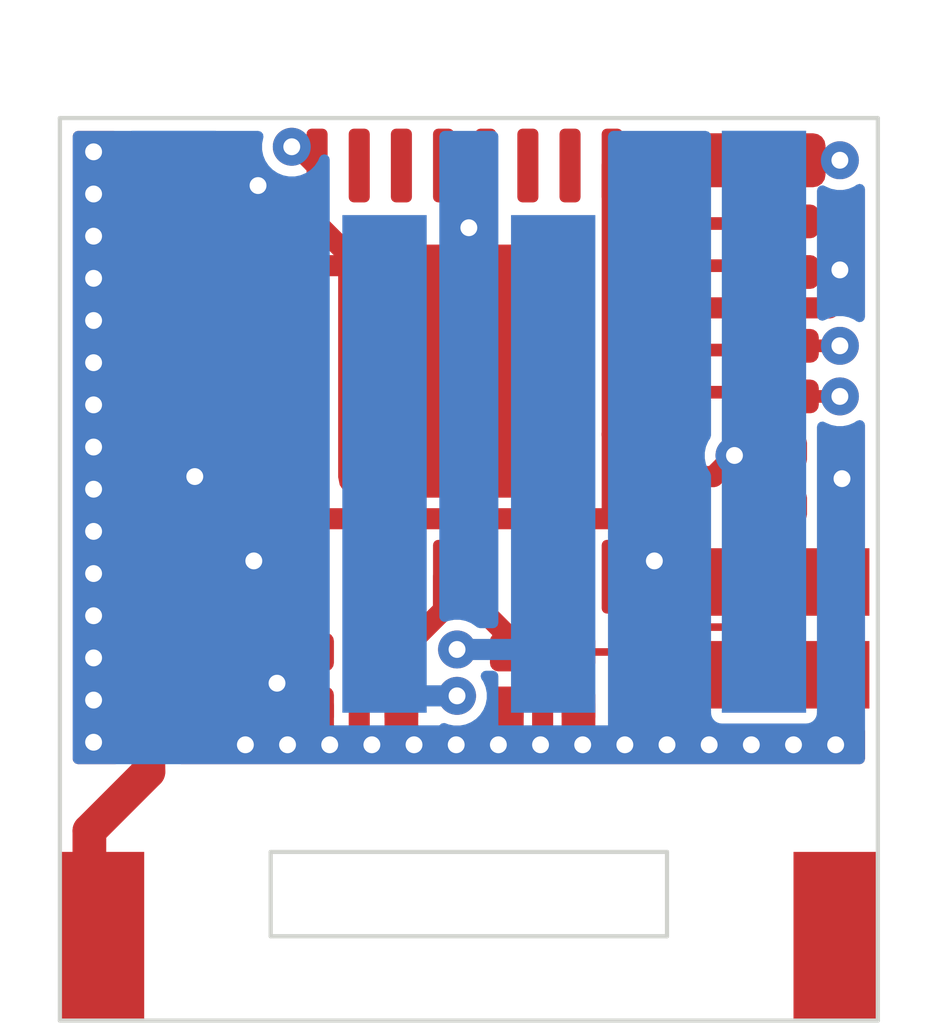
<source format=kicad_pcb>
(kicad_pcb (version 20171130) (host pcbnew "(5.1.6)-1")

  (general
    (thickness 0.4)
    (drawings 11)
    (tracks 208)
    (zones 0)
    (modules 26)
    (nets 22)
  )

  (page A4)
  (layers
    (0 F.Cu mixed)
    (1 In1.Cu signal)
    (2 In2.Cu signal)
    (31 B.Cu mixed)
    (32 B.Adhes user)
    (33 F.Adhes user)
    (34 B.Paste user)
    (35 F.Paste user)
    (36 B.SilkS user)
    (37 F.SilkS user)
    (38 B.Mask user)
    (39 F.Mask user)
    (40 Dwgs.User user hide)
    (41 Cmts.User user hide)
    (42 Eco1.User user)
    (43 Eco2.User user)
    (44 Edge.Cuts user)
    (45 Margin user)
    (46 B.CrtYd user hide)
    (47 F.CrtYd user hide)
    (48 B.Fab user)
    (49 F.Fab user)
  )

  (setup
    (last_trace_width 0.09)
    (user_trace_width 0.15)
    (user_trace_width 0.25)
    (user_trace_width 0.4)
    (user_trace_width 0.45)
    (trace_clearance 0.09)
    (zone_clearance 0.127)
    (zone_45_only no)
    (trace_min 0.0889)
    (via_size 0.45)
    (via_drill 0.2)
    (via_min_size 0.45)
    (via_min_drill 0.2)
    (uvia_size 0.45)
    (uvia_drill 0.2)
    (uvias_allowed no)
    (uvia_min_size 0.45)
    (uvia_min_drill 0.2)
    (edge_width 0.05)
    (segment_width 0.2)
    (pcb_text_width 0.3)
    (pcb_text_size 1.5 1.5)
    (mod_edge_width 0.12)
    (mod_text_size 1 1)
    (mod_text_width 0.15)
    (pad_size 1.524 1.524)
    (pad_drill 0.762)
    (pad_to_mask_clearance 0)
    (aux_axis_origin 0 0)
    (visible_elements 7EFFF7FF)
    (pcbplotparams
      (layerselection 0x010fc_ffffffff)
      (usegerberextensions false)
      (usegerberattributes true)
      (usegerberadvancedattributes true)
      (creategerberjobfile false)
      (excludeedgelayer true)
      (linewidth 0.100000)
      (plotframeref false)
      (viasonmask false)
      (mode 1)
      (useauxorigin false)
      (hpglpennumber 1)
      (hpglpenspeed 20)
      (hpglpendiameter 15.000000)
      (psnegative false)
      (psa4output false)
      (plotreference false)
      (plotvalue false)
      (plotinvisibletext false)
      (padsonsilk false)
      (subtractmaskfromsilk false)
      (outputformat 1)
      (mirror false)
      (drillshape 0)
      (scaleselection 1)
      (outputdirectory "gerber/"))
  )

  (net 0 "")
  (net 1 "Net-(AE1-Pad1)")
  (net 2 +5V)
  (net 3 GND)
  (net 4 +3V3)
  (net 5 "Net-(C3-Pad1)")
  (net 6 "Net-(C4-Pad2)")
  (net 7 "Net-(C5-Pad2)")
  (net 8 "Net-(C6-Pad2)")
  (net 9 "Net-(C9-Pad2)")
  (net 10 "Net-(C10-Pad1)")
  (net 11 /P_D+)
  (net 12 /P_D-)
  (net 13 "Net-(L1-Pad2)")
  (net 14 "Net-(L1-Pad1)")
  (net 15 /U_D+)
  (net 16 /U_D-)
  (net 17 "Net-(R3-Pad1)")
  (net 18 "Net-(R4-Pad1)")
  (net 19 "Net-(R5-Pad2)")
  (net 20 "Net-(C8-Pad1)")
  (net 21 "Net-(D1-Pad1)")

  (net_class Default "This is the default net class."
    (clearance 0.09)
    (trace_width 0.09)
    (via_dia 0.45)
    (via_drill 0.2)
    (uvia_dia 0.45)
    (uvia_drill 0.2)
    (diff_pair_width 0.15)
    (diff_pair_gap 0.15)
    (add_net +3V3)
    (add_net +5V)
    (add_net /P_D+)
    (add_net /P_D-)
    (add_net /U_D+)
    (add_net /U_D-)
    (add_net GND)
    (add_net "Net-(AE1-Pad1)")
    (add_net "Net-(C10-Pad1)")
    (add_net "Net-(C3-Pad1)")
    (add_net "Net-(C4-Pad2)")
    (add_net "Net-(C5-Pad2)")
    (add_net "Net-(C6-Pad2)")
    (add_net "Net-(C8-Pad1)")
    (add_net "Net-(C9-Pad2)")
    (add_net "Net-(D1-Pad1)")
    (add_net "Net-(L1-Pad1)")
    (add_net "Net-(L1-Pad2)")
    (add_net "Net-(R3-Pad1)")
    (add_net "Net-(R4-Pad1)")
    (add_net "Net-(R5-Pad2)")
  )

  (module Symbol:feels_good_man_2.1mm_mask locked (layer B.Cu) (tedit 0) (tstamp 604E6704)
    (at 1.3 9.25 180)
    (fp_text reference G*** (at 0 0) (layer Cmts.User) hide
      (effects (font (size 1.524 1.524) (thickness 0.3)) (justify mirror))
    )
    (fp_text value LOGO (at 0.75 0) (layer Cmts.User) hide
      (effects (font (size 1.524 1.524) (thickness 0.3)) (justify mirror))
    )
    (fp_poly (pts (xy 0.61001 0.740318) (xy 0.62606 0.736727) (xy 0.657429 0.723633) (xy 0.684851 0.704034)
      (xy 0.70416 0.681647) (xy 0.711199 0.660785) (xy 0.706198 0.643122) (xy 0.69234 0.638721)
      (xy 0.67135 0.647624) (xy 0.655894 0.659503) (xy 0.63099 0.677525) (xy 0.605998 0.684935)
      (xy 0.588743 0.6858) (xy 0.554298 0.680745) (xy 0.532781 0.66724) (xy 0.524195 0.647774)
      (xy 0.528542 0.624837) (xy 0.545825 0.600918) (xy 0.576047 0.578506) (xy 0.588621 0.571978)
      (xy 0.631447 0.544474) (xy 0.662253 0.509595) (xy 0.67969 0.46991) (xy 0.682412 0.427988)
      (xy 0.676796 0.403883) (xy 0.658083 0.370511) (xy 0.638497 0.353911) (xy 0.602882 0.339703)
      (xy 0.563192 0.333796) (xy 0.526581 0.33688) (xy 0.512233 0.341742) (xy 0.489522 0.355926)
      (xy 0.466052 0.375794) (xy 0.462118 0.37981) (xy 0.446863 0.397922) (xy 0.44234 0.411241)
      (xy 0.446545 0.426129) (xy 0.44712 0.427407) (xy 0.456847 0.443445) (xy 0.467793 0.446867)
      (xy 0.48294 0.437211) (xy 0.500688 0.4191) (xy 0.528511 0.397198) (xy 0.557414 0.388423)
      (xy 0.584 0.391946) (xy 0.604876 0.406943) (xy 0.616645 0.432587) (xy 0.618066 0.447668)
      (xy 0.613597 0.470933) (xy 0.598791 0.492636) (xy 0.571551 0.515118) (xy 0.539847 0.534976)
      (xy 0.503737 0.560675) (xy 0.482153 0.588844) (xy 0.472715 0.622936) (xy 0.471945 0.633506)
      (xy 0.477446 0.674983) (xy 0.496139 0.707834) (xy 0.525888 0.730627) (xy 0.564557 0.741932)
      (xy 0.61001 0.740318)) (layer B.Mask) (width 0.01))
    (fp_poly (pts (xy -0.107952 0.645863) (xy -0.086612 0.632846) (xy -0.07606 0.624991) (xy -0.040965 0.593948)
      (xy -0.022349 0.566731) (xy -0.020258 0.543082) (xy -0.034735 0.522746) (xy -0.065828 0.505464)
      (xy -0.098972 0.49465) (xy -0.134729 0.484448) (xy -0.169754 0.473505) (xy -0.192775 0.46553)
      (xy -0.228915 0.451919) (xy -0.200093 0.418576) (xy -0.183512 0.400432) (xy -0.16959 0.390522)
      (xy -0.152261 0.386448) (xy -0.125457 0.385815) (xy -0.117385 0.385903) (xy -0.078549 0.38895)
      (xy -0.047606 0.396314) (xy -0.03878 0.400249) (xy -0.015369 0.408939) (xy 0.001436 0.405631)
      (xy 0.015797 0.392469) (xy 0.015627 0.37782) (xy 0.003086 0.363059) (xy -0.019669 0.349563)
      (xy -0.050478 0.338707) (xy -0.087183 0.331867) (xy -0.116911 0.3302) (xy -0.167357 0.335777)
      (xy -0.203455 0.34925) (xy -0.230852 0.367243) (xy -0.254783 0.38976) (xy -0.261105 0.397933)
      (xy -0.272626 0.418128) (xy -0.277785 0.438334) (xy -0.27799 0.465617) (xy -0.277134 0.478381)
      (xy -0.269631 0.521675) (xy -0.219276 0.521675) (xy -0.211015 0.516884) (xy -0.189554 0.520311)
      (xy -0.156634 0.530192) (xy -0.127726 0.539863) (xy -0.102252 0.548786) (xy -0.093283 0.552115)
      (xy -0.072266 0.56023) (xy -0.10461 0.57975) (xy -0.137697 0.593361) (xy -0.166193 0.590809)
      (xy -0.191346 0.571827) (xy -0.201084 0.559083) (xy -0.215559 0.535476) (xy -0.219276 0.521675)
      (xy -0.269631 0.521675) (xy -0.269224 0.524021) (xy -0.253898 0.567791) (xy -0.23339 0.604636)
      (xy -0.210518 0.62908) (xy -0.187608 0.640438) (xy -0.158476 0.648427) (xy -0.150966 0.649526)
      (xy -0.126988 0.650632) (xy -0.107952 0.645863)) (layer B.Mask) (width 0.01))
    (fp_poly (pts (xy 0.228024 0.910349) (xy 0.235115 0.906617) (xy 0.239809 0.898756) (xy 0.24261 0.88372)
      (xy 0.244024 0.85846) (xy 0.244556 0.819929) (xy 0.244601 0.810319) (xy 0.245575 0.765479)
      (xy 0.247904 0.720906) (xy 0.251195 0.682885) (xy 0.25367 0.664633) (xy 0.260049 0.617369)
      (xy 0.262473 0.570085) (xy 0.26072 0.519401) (xy 0.254573 0.461938) (xy 0.24381 0.394315)
      (xy 0.232064 0.332316) (xy 0.222742 0.318549) (xy 0.206531 0.312756) (xy 0.190706 0.316111)
      (xy 0.183761 0.324516) (xy 0.182728 0.33897) (xy 0.184953 0.363082) (xy 0.187298 0.377433)
      (xy 0.197177 0.437639) (xy 0.202847 0.493997) (xy 0.204482 0.551785) (xy 0.202256 0.616286)
      (xy 0.19735 0.681567) (xy 0.192195 0.752245) (xy 0.190089 0.811543) (xy 0.190997 0.858213)
      (xy 0.194882 0.891006) (xy 0.201711 0.908675) (xy 0.203868 0.91058) (xy 0.217795 0.912362)
      (xy 0.228024 0.910349)) (layer B.Mask) (width 0.01))
    (fp_poly (pts (xy -0.515724 0.638526) (xy -0.480845 0.617348) (xy -0.455048 0.585921) (xy -0.441525 0.547411)
      (xy -0.440267 0.531036) (xy -0.448164 0.500611) (xy -0.472001 0.474556) (xy -0.512001 0.452667)
      (xy -0.535254 0.444147) (xy -0.568478 0.432531) (xy -0.587649 0.422836) (xy -0.59508 0.412643)
      (xy -0.593085 0.399533) (xy -0.588123 0.388866) (xy -0.565986 0.361162) (xy -0.53648 0.348391)
      (xy -0.500469 0.350689) (xy -0.458819 0.368193) (xy -0.458453 0.368402) (xy -0.425533 0.384388)
      (xy -0.401969 0.388601) (xy -0.385244 0.381344) (xy -0.3817 0.37761) (xy -0.378485 0.368504)
      (xy -0.38512 0.357082) (xy -0.40363 0.340201) (xy -0.40818 0.3365) (xy -0.452163 0.306781)
      (xy -0.493505 0.291914) (xy -0.535779 0.290997) (xy -0.56429 0.297116) (xy -0.599477 0.315868)
      (xy -0.627214 0.348881) (xy -0.646928 0.394942) (xy -0.658043 0.452836) (xy -0.6604 0.500222)
      (xy -0.659166 0.512654) (xy -0.609601 0.512654) (xy -0.60831 0.49465) (xy -0.602501 0.485306)
      (xy -0.589266 0.484136) (xy -0.565697 0.49065) (xy -0.538387 0.500708) (xy -0.513269 0.511505)
      (xy -0.496109 0.521145) (xy -0.491067 0.526529) (xy -0.496051 0.543571) (xy -0.507899 0.565315)
      (xy -0.521951 0.584051) (xy -0.529974 0.590917) (xy -0.554562 0.596676) (xy -0.577306 0.588016)
      (xy -0.595662 0.567436) (xy -0.607088 0.537437) (xy -0.609601 0.512654) (xy -0.659166 0.512654)
      (xy -0.655072 0.553857) (xy -0.639634 0.596338) (xy -0.614912 0.626507) (xy -0.581729 0.643206)
      (xy -0.556492 0.646289) (xy -0.515724 0.638526)) (layer B.Mask) (width 0.01))
    (fp_poly (pts (xy -0.793452 0.884266) (xy -0.765413 0.872938) (xy -0.764456 0.872365) (xy -0.73951 0.852377)
      (xy -0.718446 0.826844) (xy -0.702532 0.799011) (xy -0.693039 0.772123) (xy -0.691234 0.749421)
      (xy -0.698388 0.734152) (xy -0.708641 0.729719) (xy -0.723004 0.731893) (xy -0.735677 0.745242)
      (xy -0.744253 0.760404) (xy -0.76185 0.787671) (xy -0.783817 0.811844) (xy -0.806202 0.829364)
      (xy -0.825052 0.836672) (xy -0.828746 0.836487) (xy -0.841944 0.826622) (xy -0.856998 0.803708)
      (xy -0.872341 0.771282) (xy -0.886403 0.732878) (xy -0.897617 0.692031) (xy -0.901566 0.67237)
      (xy -0.906502 0.640396) (xy -0.909279 0.614986) (xy -0.909441 0.600618) (xy -0.909022 0.59928)
      (xy -0.899205 0.596169) (xy -0.87683 0.593845) (xy -0.846271 0.592715) (xy -0.8382 0.592666)
      (xy -0.800307 0.591666) (xy -0.77689 0.587925) (xy -0.765571 0.580333) (xy -0.763973 0.567783)
      (xy -0.766152 0.559059) (xy -0.770884 0.550711) (xy -0.781007 0.545429) (xy -0.800103 0.542304)
      (xy -0.831758 0.540423) (xy -0.840781 0.540085) (xy -0.910167 0.537633) (xy -0.912499 0.404283)
      (xy -0.91483 0.270933) (xy -0.935282 0.270933) (xy -0.952641 0.273402) (xy -0.959872 0.277627)
      (xy -0.961732 0.288063) (xy -0.964049 0.312229) (xy -0.966573 0.346936) (xy -0.969055 0.388996)
      (xy -0.969991 0.407377) (xy -0.975974 0.530432) (xy -1.009147 0.521577) (xy -1.031985 0.516914)
      (xy -1.044481 0.519134) (xy -1.049988 0.525128) (xy -1.052088 0.54257) (xy -1.04054 0.560661)
      (xy -1.01809 0.575811) (xy -1.008203 0.579741) (xy -0.992061 0.586144) (xy -0.980597 0.594706)
      (xy -0.972177 0.608677) (xy -0.965168 0.631305) (xy -0.957935 0.665838) (xy -0.953874 0.687764)
      (xy -0.937162 0.759852) (xy -0.916168 0.815764) (xy -0.89073 0.855747) (xy -0.860687 0.880049)
      (xy -0.825876 0.888918) (xy -0.822734 0.888968) (xy -0.793452 0.884266)) (layer B.Mask) (width 0.01))
    (fp_poly (pts (xy 0.12829 0.129526) (xy 0.148989 0.121295) (xy 0.16961 0.104999) (xy 0.18054 0.094377)
      (xy 0.200066 0.073791) (xy 0.210646 0.057311) (xy 0.215012 0.038125) (xy 0.215897 0.009422)
      (xy 0.2159 0.006225) (xy 0.211278 -0.045719) (xy 0.196577 -0.085531) (xy 0.170542 -0.115527)
      (xy 0.139714 -0.134494) (xy 0.106891 -0.146521) (xy 0.069278 -0.154838) (xy 0.032108 -0.158861)
      (xy 0.000614 -0.158006) (xy -0.019149 -0.152226) (xy -0.037104 -0.133755) (xy -0.054018 -0.103987)
      (xy -0.067522 -0.068504) (xy -0.075243 -0.032891) (xy -0.075643 -0.026606) (xy -0.025401 -0.026606)
      (xy -0.020456 -0.06535) (xy -0.005342 -0.09111) (xy 0.011136 -0.101723) (xy 0.024904 -0.105639)
      (xy 0.041654 -0.105773) (xy 0.065707 -0.101688) (xy 0.101382 -0.092951) (xy 0.103406 -0.092422)
      (xy 0.13391 -0.077411) (xy 0.154389 -0.05338) (xy 0.165132 -0.023823) (xy 0.166428 0.007763)
      (xy 0.158566 0.037883) (xy 0.141834 0.063039) (xy 0.116522 0.079736) (xy 0.088777 0.084667)
      (xy 0.052651 0.077068) (xy 0.019404 0.056821) (xy -0.007038 0.027752) (xy -0.02275 -0.006316)
      (xy -0.025401 -0.026606) (xy -0.075643 -0.026606) (xy -0.076201 -0.017873) (xy -0.068265 0.02549)
      (xy -0.04645 0.064805) (xy -0.013745 0.09751) (xy 0.026861 0.121042) (xy 0.072379 0.132838)
      (xy 0.100107 0.133273) (xy 0.12829 0.129526)) (layer B.Mask) (width 0.01))
    (fp_poly (pts (xy -0.247255 0.091651) (xy -0.245641 0.090805) (xy -0.211323 0.064378) (xy -0.188323 0.029572)
      (xy -0.177619 -0.009798) (xy -0.180189 -0.049919) (xy -0.197011 -0.086979) (xy -0.199254 -0.090029)
      (xy -0.232038 -0.122027) (xy -0.274447 -0.148147) (xy -0.319247 -0.164108) (xy -0.326943 -0.165562)
      (xy -0.350844 -0.167635) (xy -0.368416 -0.162549) (xy -0.388029 -0.147672) (xy -0.390345 -0.145616)
      (xy -0.404792 -0.131699) (xy -0.413532 -0.118562) (xy -0.418251 -0.101246) (xy -0.420637 -0.074789)
      (xy -0.421546 -0.054862) (xy -0.373136 -0.054862) (xy -0.372039 -0.061974) (xy -0.361576 -0.093842)
      (xy -0.344429 -0.110422) (xy -0.32027 -0.111792) (xy -0.288769 -0.09803) (xy -0.270934 -0.086066)
      (xy -0.247365 -0.067683) (xy -0.234713 -0.053052) (xy -0.22962 -0.03681) (xy -0.22873 -0.018665)
      (xy -0.23637 0.011271) (xy -0.256856 0.037098) (xy -0.286116 0.05403) (xy -0.292108 0.055792)
      (xy -0.319555 0.055025) (xy -0.343482 0.040481) (xy -0.361789 0.015254) (xy -0.372374 -0.017559)
      (xy -0.373136 -0.054862) (xy -0.421546 -0.054862) (xy -0.4216 -0.053699) (xy -0.420383 -0.002648)
      (xy -0.411081 0.036327) (xy -0.392314 0.0667) (xy -0.364071 0.091017) (xy -0.328271 0.107051)
      (xy -0.289896 0.107263) (xy -0.247255 0.091651)) (layer B.Mask) (width 0.01))
    (fp_poly (pts (xy 0.588635 0.266028) (xy 0.595821 0.256092) (xy 0.601415 0.237707) (xy 0.605969 0.208879)
      (xy 0.610039 0.167613) (xy 0.614178 0.111915) (xy 0.615269 0.095792) (xy 0.621037 0.01621)
      (xy 0.626827 -0.048508) (xy 0.632973 -0.100426) (xy 0.639809 -0.14161) (xy 0.647671 -0.174125)
      (xy 0.656892 -0.200037) (xy 0.66619 -0.218658) (xy 0.678317 -0.240883) (xy 0.682299 -0.254171)
      (xy 0.678795 -0.264043) (xy 0.67252 -0.271574) (xy 0.659383 -0.28385) (xy 0.651886 -0.287867)
      (xy 0.644613 -0.281254) (xy 0.631829 -0.264128) (xy 0.619907 -0.245896) (xy 0.593816 -0.203924)
      (xy 0.567106 -0.217249) (xy 0.534969 -0.226895) (xy 0.493554 -0.230464) (xy 0.449458 -0.227767)
      (xy 0.41865 -0.221532) (xy 0.38686 -0.207824) (xy 0.355435 -0.186403) (xy 0.328982 -0.161223)
      (xy 0.31211 -0.136239) (xy 0.309151 -0.127538) (xy 0.309166 -0.097033) (xy 0.364066 -0.097033)
      (xy 0.371804 -0.125356) (xy 0.392566 -0.149419) (xy 0.422673 -0.16775) (xy 0.458447 -0.178878)
      (xy 0.49621 -0.181332) (xy 0.532284 -0.17364) (xy 0.543139 -0.168652) (xy 0.556085 -0.153132)
      (xy 0.56348 -0.126895) (xy 0.565144 -0.095288) (xy 0.560897 -0.063652) (xy 0.550557 -0.037331)
      (xy 0.547711 -0.033133) (xy 0.521894 -0.011176) (xy 0.489794 -0.001623) (xy 0.455097 -0.003189)
      (xy 0.421491 -0.014593) (xy 0.392664 -0.034551) (xy 0.372301 -0.06178) (xy 0.364092 -0.094997)
      (xy 0.364066 -0.097033) (xy 0.309166 -0.097033) (xy 0.309169 -0.091668) (xy 0.321964 -0.052759)
      (xy 0.344871 -0.014721) (xy 0.375226 0.018536) (xy 0.410364 0.0431) (xy 0.431226 0.051628)
      (xy 0.454666 0.056916) (xy 0.477076 0.056747) (xy 0.50578 0.050806) (xy 0.516421 0.047932)
      (xy 0.543329 0.040578) (xy 0.56283 0.035487) (xy 0.57009 0.033867) (xy 0.570651 0.041409)
      (xy 0.568814 0.060806) (xy 0.566396 0.078317) (xy 0.562801 0.108829) (xy 0.559558 0.148391)
      (xy 0.557296 0.189123) (xy 0.557094 0.194458) (xy 0.556361 0.230498) (xy 0.557546 0.252785)
      (xy 0.561076 0.264431) (xy 0.567266 0.268531) (xy 0.579301 0.26951) (xy 0.588635 0.266028)) (layer B.Mask) (width 0.01))
    (fp_poly (pts (xy -0.585226 0.187076) (xy -0.584641 0.18671) (xy -0.579634 0.179938) (xy -0.575865 0.165338)
      (xy -0.573086 0.140661) (xy -0.571049 0.103657) (xy -0.569504 0.052076) (xy -0.56944 0.049264)
      (xy -0.567591 -0.002464) (xy -0.564562 -0.054334) (xy -0.560732 -0.101148) (xy -0.556479 -0.137712)
      (xy -0.555237 -0.145564) (xy -0.550712 -0.173066) (xy -0.547924 -0.196349) (xy -0.547138 -0.218592)
      (xy -0.548623 -0.242972) (xy -0.552646 -0.272668) (xy -0.559474 -0.310857) (xy -0.569375 -0.36072)
      (xy -0.57611 -0.3937) (xy -0.588408 -0.450562) (xy -0.599611 -0.492791) (xy -0.611072 -0.522511)
      (xy -0.624142 -0.541845) (xy -0.640174 -0.552916) (xy -0.66052 -0.557848) (xy -0.681255 -0.5588)
      (xy -0.702455 -0.557559) (xy -0.718681 -0.551853) (xy -0.735216 -0.538707) (xy -0.75586 -0.5168)
      (xy -0.789706 -0.474802) (xy -0.810852 -0.436335) (xy -0.821235 -0.396411) (xy -0.822791 -0.350043)
      (xy -0.822544 -0.345017) (xy -0.817707 -0.326885) (xy -0.805371 -0.321734) (xy -0.785424 -0.32856)
      (xy -0.774517 -0.349309) (xy -0.772136 -0.370844) (xy -0.765687 -0.400709) (xy -0.749483 -0.435587)
      (xy -0.726713 -0.469571) (xy -0.707392 -0.490784) (xy -0.691422 -0.503176) (xy -0.678364 -0.506176)
      (xy -0.667169 -0.498347) (xy -0.656784 -0.478251) (xy -0.64616 -0.444449) (xy -0.634244 -0.395505)
      (xy -0.632685 -0.388578) (xy -0.622611 -0.340028) (xy -0.614084 -0.292178) (xy -0.607448 -0.247845)
      (xy -0.60305 -0.209844) (xy -0.601234 -0.180991) (xy -0.602347 -0.164099) (xy -0.604738 -0.160867)
      (xy -0.615845 -0.162776) (xy -0.637039 -0.167591) (xy -0.647613 -0.170195) (xy -0.682862 -0.17466)
      (xy -0.723074 -0.173072) (xy -0.762883 -0.166353) (xy -0.79692 -0.155427) (xy -0.819818 -0.141218)
      (xy -0.82057 -0.140443) (xy -0.843935 -0.103983) (xy -0.854527 -0.060827) (xy -0.85332 -0.025517)
      (xy -0.803074 -0.025517) (xy -0.799877 -0.064383) (xy -0.792683 -0.082639) (xy -0.782443 -0.098338)
      (xy -0.768802 -0.108316) (xy -0.747858 -0.113973) (xy -0.71571 -0.116712) (xy -0.695952 -0.11738)
      (xy -0.669654 -0.117453) (xy -0.654755 -0.114006) (xy -0.645732 -0.104151) (xy -0.637908 -0.087033)
      (xy -0.627775 -0.046223) (xy -0.628696 -0.003696) (xy -0.639957 0.034857) (xy -0.656347 0.059454)
      (xy -0.680559 0.079008) (xy -0.704256 0.08353) (xy -0.732685 0.073908) (xy -0.734904 0.072771)
      (xy -0.769147 0.046933) (xy -0.792351 0.012879) (xy -0.803074 -0.025517) (xy -0.85332 -0.025517)
      (xy -0.852949 -0.014664) (xy -0.839807 0.030821) (xy -0.815704 0.07194) (xy -0.781245 0.105008)
      (xy -0.780226 0.10572) (xy -0.757978 0.119746) (xy -0.73828 0.127208) (xy -0.714263 0.129856)
      (xy -0.686337 0.12966) (xy -0.629255 0.128087) (xy -0.621544 0.158651) (xy -0.612636 0.183135)
      (xy -0.601158 0.192133) (xy -0.585226 0.187076)) (layer B.Mask) (width 0.01))
    (fp_poly (pts (xy 0.4534 -0.516423) (xy 0.496758 -0.53503) (xy 0.532796 -0.565047) (xy 0.554217 -0.597359)
      (xy 0.560309 -0.616347) (xy 0.566983 -0.646963) (xy 0.573701 -0.68523) (xy 0.579924 -0.727169)
      (xy 0.585113 -0.768803) (xy 0.588731 -0.806153) (xy 0.590239 -0.835243) (xy 0.589098 -0.852093)
      (xy 0.588813 -0.852962) (xy 0.578102 -0.861408) (xy 0.565415 -0.863728) (xy 0.545089 -0.866669)
      (xy 0.518802 -0.873806) (xy 0.512233 -0.876056) (xy 0.471817 -0.885439) (xy 0.427341 -0.887712)
      (xy 0.386301 -0.882843) (xy 0.366822 -0.876646) (xy 0.335361 -0.854583) (xy 0.316704 -0.821638)
      (xy 0.311192 -0.785271) (xy 0.312014 -0.779373) (xy 0.364066 -0.779373) (xy 0.36808 -0.807523)
      (xy 0.382116 -0.823988) (xy 0.4064 -0.832003) (xy 0.443621 -0.836519) (xy 0.470515 -0.833335)
      (xy 0.492209 -0.821674) (xy 0.496238 -0.818373) (xy 0.513698 -0.794533) (xy 0.519551 -0.766622)
      (xy 0.51315 -0.740589) (xy 0.505809 -0.730782) (xy 0.489798 -0.722149) (xy 0.464168 -0.715293)
      (xy 0.44898 -0.713137) (xy 0.409903 -0.71489) (xy 0.382578 -0.728588) (xy 0.367348 -0.753961)
      (xy 0.364066 -0.779373) (xy 0.312014 -0.779373) (xy 0.317579 -0.739487) (xy 0.336995 -0.702962)
      (xy 0.367551 -0.676936) (xy 0.40736 -0.662653) (xy 0.454533 -0.661354) (xy 0.489005 -0.668276)
      (xy 0.507569 -0.672565) (xy 0.515047 -0.668657) (xy 0.516464 -0.653575) (xy 0.516466 -0.651994)
      (xy 0.50915 -0.627165) (xy 0.490148 -0.601773) (xy 0.463877 -0.580484) (xy 0.437597 -0.568672)
      (xy 0.402461 -0.566479) (xy 0.36873 -0.579995) (xy 0.345304 -0.598747) (xy 0.322309 -0.620683)
      (xy 0.313082 -0.596417) (xy 0.30923 -0.567644) (xy 0.321491 -0.543702) (xy 0.349959 -0.524438)
      (xy 0.360805 -0.519879) (xy 0.406742 -0.510836) (xy 0.4534 -0.516423)) (layer B.Mask) (width 0.01))
    (fp_poly (pts (xy 0.978107 -0.515705) (xy 1.008586 -0.538698) (xy 1.032014 -0.576801) (xy 1.048309 -0.629833)
      (xy 1.05739 -0.697613) (xy 1.059343 -0.769741) (xy 1.05814 -0.819568) (xy 1.055464 -0.85483)
      (xy 1.050653 -0.877874) (xy 1.043049 -0.89105) (xy 1.03199 -0.896706) (xy 1.023429 -0.897467)
      (xy 1.015941 -0.895965) (xy 1.011249 -0.889357) (xy 1.008715 -0.874489) (xy 1.0077 -0.848208)
      (xy 1.00755 -0.81915) (xy 1.005833 -0.769515) (xy 1.001091 -0.718354) (xy 0.993965 -0.669398)
      (xy 0.985098 -0.626377) (xy 0.975134 -0.593019) (xy 0.965249 -0.573692) (xy 0.950194 -0.5551)
      (xy 0.901526 -0.570441) (xy 0.871526 -0.582299) (xy 0.845754 -0.596607) (xy 0.834052 -0.606074)
      (xy 0.820098 -0.631232) (xy 0.811389 -0.667799) (xy 0.807919 -0.711086) (xy 0.80968 -0.756406)
      (xy 0.816665 -0.799069) (xy 0.828865 -0.834387) (xy 0.834435 -0.844252) (xy 0.844443 -0.867859)
      (xy 0.845611 -0.890482) (xy 0.838044 -0.906346) (xy 0.833274 -0.909261) (xy 0.820529 -0.913344)
      (xy 0.81214 -0.910722) (xy 0.802817 -0.898293) (xy 0.796225 -0.887556) (xy 0.781038 -0.856158)
      (xy 0.765142 -0.812347) (xy 0.749757 -0.760534) (xy 0.736103 -0.70513) (xy 0.725399 -0.650544)
      (xy 0.71991 -0.611621) (xy 0.716381 -0.574582) (xy 0.714479 -0.543663) (xy 0.714388 -0.522825)
      (xy 0.715492 -0.516371) (xy 0.728713 -0.508394) (xy 0.746343 -0.510931) (xy 0.760689 -0.522649)
      (xy 0.761702 -0.524377) (xy 0.76812 -0.544825) (xy 0.770466 -0.567118) (xy 0.770466 -0.593482)
      (xy 0.800838 -0.563985) (xy 0.840942 -0.535132) (xy 0.889488 -0.515502) (xy 0.939208 -0.508007)
      (xy 0.940658 -0.508) (xy 0.978107 -0.515705)) (layer B.Mask) (width 0.01))
    (fp_poly (pts (xy -0.375268 -0.538678) (xy -0.367664 -0.552019) (xy -0.358012 -0.570705) (xy -0.352262 -0.581292)
      (xy -0.35183 -0.581955) (xy -0.344104 -0.579686) (xy -0.326485 -0.571643) (xy -0.316923 -0.566851)
      (xy -0.285564 -0.555081) (xy -0.254647 -0.554558) (xy -0.249767 -0.55528) (xy -0.20905 -0.565635)
      (xy -0.180197 -0.583188) (xy -0.158592 -0.611246) (xy -0.151001 -0.626033) (xy -0.139299 -0.649293)
      (xy -0.130013 -0.664748) (xy -0.126319 -0.66852) (xy -0.119101 -0.662413) (xy -0.105653 -0.646298)
      (xy -0.093981 -0.63068) (xy -0.060545 -0.593642) (xy -0.024641 -0.572788) (xy 0.008883 -0.567267)
      (xy 0.051406 -0.575197) (xy 0.088003 -0.598762) (xy 0.118367 -0.63762) (xy 0.142189 -0.691432)
      (xy 0.151952 -0.725464) (xy 0.160629 -0.764349) (xy 0.168887 -0.807227) (xy 0.175793 -0.848617)
      (xy 0.180414 -0.883041) (xy 0.181811 -0.90073) (xy 0.174978 -0.909524) (xy 0.159398 -0.916059)
      (xy 0.14325 -0.917539) (xy 0.137861 -0.915741) (xy 0.132893 -0.905487) (xy 0.126541 -0.882313)
      (xy 0.119761 -0.850067) (xy 0.115486 -0.8255) (xy 0.108664 -0.78546) (xy 0.1016 -0.748083)
      (xy 0.095373 -0.718926) (xy 0.092762 -0.708632) (xy 0.077399 -0.674653) (xy 0.053957 -0.645452)
      (xy 0.026832 -0.625945) (xy 0.01511 -0.621758) (xy -0.002023 -0.620731) (xy -0.0176 -0.62878)
      (xy -0.033933 -0.644739) (xy -0.054439 -0.669377) (xy -0.076442 -0.699193) (xy -0.085333 -0.712418)
      (xy -0.110679 -0.751736) (xy -0.097042 -0.81169) (xy -0.089741 -0.848) (xy -0.08822 -0.871018)
      (xy -0.093095 -0.883576) (xy -0.104985 -0.888508) (xy -0.113881 -0.889) (xy -0.126393 -0.885564)
      (xy -0.1375 -0.873977) (xy -0.148027 -0.852319) (xy -0.158799 -0.818671) (xy -0.170643 -0.771114)
      (xy -0.177139 -0.741914) (xy -0.185672 -0.704745) (xy -0.193929 -0.672603) (xy -0.200727 -0.649921)
      (xy -0.203651 -0.642625) (xy -0.224077 -0.621188) (xy -0.254148 -0.610351) (xy -0.265107 -0.6096)
      (xy -0.280698 -0.611217) (xy -0.292144 -0.617538) (xy -0.300067 -0.63077) (xy -0.305089 -0.653121)
      (xy -0.307832 -0.686799) (xy -0.308918 -0.73401) (xy -0.309034 -0.765512) (xy -0.309034 -0.893233)
      (xy -0.332322 -0.895913) (xy -0.355611 -0.898593) (xy -0.353879 -0.832413) (xy -0.353815 -0.802757)
      (xy -0.355887 -0.775963) (xy -0.360937 -0.747656) (xy -0.369806 -0.713464) (xy -0.383337 -0.669013)
      (xy -0.388356 -0.653255) (xy -0.401197 -0.612455) (xy -0.411637 -0.577864) (xy -0.418819 -0.552437)
      (xy -0.421884 -0.539131) (xy -0.421833 -0.53789) (xy -0.412535 -0.533818) (xy -0.400491 -0.529788)
      (xy -0.386335 -0.528803) (xy -0.375268 -0.538678)) (layer B.Mask) (width 0.01))
  )

  (module LED_SMD:LED_0402_1005Metric (layer F.Cu) (tedit 5B301BBE) (tstamp 604DBF0F)
    (at 8.3 0.5 180)
    (descr "LED SMD 0402 (1005 Metric), square (rectangular) end terminal, IPC_7351 nominal, (Body size source: http://www.tortai-tech.com/upload/download/2011102023233369053.pdf), generated with kicad-footprint-generator")
    (tags LED)
    (path /60506C5C)
    (attr smd)
    (fp_text reference D1 (at 0 -1.17) (layer Cmts.User) hide
      (effects (font (size 1 1) (thickness 0.15)))
    )
    (fp_text value LED (at 0 1.17) (layer Cmts.User) hide
      (effects (font (size 1 1) (thickness 0.15)))
    )
    (fp_line (start 0.93 0.47) (end -0.93 0.47) (layer F.CrtYd) (width 0.05))
    (fp_line (start 0.93 -0.47) (end 0.93 0.47) (layer F.CrtYd) (width 0.05))
    (fp_line (start -0.93 -0.47) (end 0.93 -0.47) (layer F.CrtYd) (width 0.05))
    (fp_line (start -0.93 0.47) (end -0.93 -0.47) (layer F.CrtYd) (width 0.05))
    (fp_line (start -0.3 0.25) (end -0.3 -0.25) (layer F.Fab) (width 0.1))
    (fp_line (start -0.4 0.25) (end -0.4 -0.25) (layer F.Fab) (width 0.1))
    (fp_line (start 0.5 0.25) (end -0.5 0.25) (layer F.Fab) (width 0.1))
    (fp_line (start 0.5 -0.25) (end 0.5 0.25) (layer F.Fab) (width 0.1))
    (fp_line (start -0.5 -0.25) (end 0.5 -0.25) (layer F.Fab) (width 0.1))
    (fp_line (start -0.5 0.25) (end -0.5 -0.25) (layer F.Fab) (width 0.1))
    (fp_circle (center -1.09 0) (end -1.04 0) (layer Cmts.User) (width 0.1))
    (fp_text user %R (at 0 0) (layer Cmts.User) hide
      (effects (font (size 0.25 0.25) (thickness 0.04)))
    )
    (pad 2 smd roundrect (at 0.485 0 180) (size 0.59 0.64) (layers F.Cu F.Paste F.Mask) (roundrect_rratio 0.25)
      (net 4 +3V3))
    (pad 1 smd roundrect (at -0.485 0 180) (size 0.59 0.64) (layers F.Cu F.Paste F.Mask) (roundrect_rratio 0.25)
      (net 21 "Net-(D1-Pad1)"))
    (model ${KISYS3DMOD}/LED_SMD.3dshapes/LED_0402_1005Metric.wrl
      (at (xyz 0 0 0))
      (scale (xyz 1 1 1))
      (rotate (xyz 0 0 0))
    )
  )

  (module Symbol:stanlazy_1.9mm_mask locked (layer B.Cu) (tedit 6045B3FA) (tstamp 604DC217)
    (at 8.45 9.25)
    (fp_text reference REF** (at 0 -0.5) (layer Cmts.User) hide
      (effects (font (size 1 1) (thickness 0.15)) (justify mirror))
    )
    (fp_text value stanlazy_1.9mm_mask (at 0 0.5) (layer Cmts.User) hide
      (effects (font (size 1 1) (thickness 0.15)) (justify mirror))
    )
    (fp_line (start 0.215203 -0.000001) (end -0.000001 -0.215204) (layer B.Mask) (width 0.05))
    (fp_line (start 0.152172 -0.152173) (end -0.152173 -0.152173) (layer B.Mask) (width 0.05))
    (fp_line (start -0.367377 0.367376) (end 0 -0.519549) (layer B.Mask) (width 0.05))
    (fp_line (start -0.519549 0) (end 0.367376 0.367376) (layer B.Mask) (width 0.05))
    (fp_line (start -0.96 -0.678823) (end -0.678823 -0.678823) (layer B.Mask) (width 0.05))
    (fp_line (start 0.678822 -0.96) (end 0.678822 -0.678823) (layer B.Mask) (width 0.05))
    (fp_curve (pts (xy -0.000001 -0.152173) (xy -0.084043 -0.152173) (xy -0.152173 -0.084043) (xy -0.152173 -0.000001)) (layer B.Mask) (width 0.05))
    (fp_line (start 0.152172 0.152172) (end 0.152172 -0.152173) (layer B.Mask) (width 0.05))
    (fp_line (start -0.367377 0.367376) (end 0.519548 0) (layer B.Mask) (width 0.05))
    (fp_line (start -0.152173 0.152172) (end 0.152172 0.152172) (layer B.Mask) (width 0.05))
    (fp_line (start 0.367376 0.367376) (end 0 -0.519549) (layer B.Mask) (width 0.05))
    (fp_line (start -0.152173 -0.152173) (end -0.152173 0.152172) (layer B.Mask) (width 0.05))
    (fp_line (start -0.000001 -0.215204) (end -0.215204 0) (layer B.Mask) (width 0.05))
    (fp_line (start 0 0.519548) (end 0.367376 -0.367377) (layer B.Mask) (width 0.05))
    (fp_curve (pts (xy -0.000001 0.152172) (xy 0.084042 0.152172) (xy 0.152172 0.084042) (xy 0.152172 -0.000001)) (layer B.Mask) (width 0.05))
    (fp_line (start -0.215204 0) (end -0.000001 0.215203) (layer B.Mask) (width 0.05))
    (fp_line (start -0.000001 0.215203) (end 0.215203 -0.000001) (layer B.Mask) (width 0.05))
    (fp_line (start 0.96 -0.678823) (end 0.678822 -0.678823) (layer B.Mask) (width 0.05))
    (fp_line (start 0.519548 0) (end -0.367377 -0.367377) (layer B.Mask) (width 0.05))
    (fp_line (start -0.367377 -0.367377) (end 0 0.519548) (layer B.Mask) (width 0.05))
    (fp_line (start 0.367376 -0.367377) (end -0.519549 0) (layer B.Mask) (width 0.05))
    (fp_curve (pts (xy -0.152173 -0.000001) (xy -0.152173 0.084042) (xy -0.084043 0.152172) (xy -0.000001 0.152172)) (layer B.Mask) (width 0.05))
    (fp_curve (pts (xy 0.152172 -0.000001) (xy 0.152172 -0.084043) (xy 0.084042 -0.152173) (xy -0.000001 -0.152173)) (layer B.Mask) (width 0.05))
    (fp_line (start -0.960001 0) (end 0 0.959999) (layer B.Mask) (width 0.05))
    (fp_line (start 0.96 0) (end -0.000001 -0.96) (layer B.Mask) (width 0.05))
    (fp_curve (pts (xy 0.48 -0.48) (xy 0.214903 -0.745097) (xy -0.214904 -0.745097) (xy -0.48 -0.48)) (layer B.Mask) (width 0.05))
    (fp_line (start -0.96 0.96) (end 0.96 0.96) (layer B.Mask) (width 0.05))
    (fp_line (start -0.96 -0.96) (end -0.96 0.96) (layer B.Mask) (width 0.05))
    (fp_line (start 0.96 -0.96) (end -0.96 -0.96) (layer B.Mask) (width 0.05))
    (fp_line (start -0.627151 0.259774) (end 0.259774 0.62715) (layer B.Mask) (width 0.05))
    (fp_curve (pts (xy -0.48 -0.48) (xy -0.745097 -0.214904) (xy -0.745097 0.214903) (xy -0.48 0.48)) (layer B.Mask) (width 0.05))
    (fp_curve (pts (xy 0 0.96) (xy 0.530193 0.96) (xy 0.96 0.530193) (xy 0.96 0)) (layer B.Mask) (width 0.05))
    (fp_line (start 0.678822 0.678822) (end 0.678822 -0.678823) (layer B.Mask) (width 0.05))
    (fp_line (start -0.678823 0.678822) (end 0.678822 0.678822) (layer B.Mask) (width 0.05))
    (fp_line (start -0.678823 -0.678823) (end -0.678823 0.678822) (layer B.Mask) (width 0.05))
    (fp_curve (pts (xy 0.48 0.48) (xy 0.745096 0.214903) (xy 0.745096 -0.214904) (xy 0.48 -0.48)) (layer B.Mask) (width 0.05))
    (fp_line (start 0 0.959999) (end 0.96 0) (layer B.Mask) (width 0.05))
    (fp_line (start 0.678822 -0.678823) (end -0.678823 -0.678823) (layer B.Mask) (width 0.05))
    (fp_line (start -0.000001 -0.96) (end -0.960001 0) (layer B.Mask) (width 0.05))
    (fp_line (start 0.62715 0.259774) (end 0.259774 -0.627151) (layer B.Mask) (width 0.05))
    (fp_curve (pts (xy 0.96 0) (xy 0.96 -0.530194) (xy 0.530193 -0.96) (xy 0 -0.96)) (layer B.Mask) (width 0.05))
    (fp_line (start 0.96 0.96) (end 0.96 -0.96) (layer B.Mask) (width 0.05))
    (fp_line (start -0.627151 -0.259775) (end -0.259775 0.62715) (layer B.Mask) (width 0.05))
    (fp_line (start -0.678823 -0.96) (end -0.678823 -0.678823) (layer B.Mask) (width 0.05))
    (fp_line (start -0.96 0.678822) (end -0.678823 0.678822) (layer B.Mask) (width 0.05))
    (fp_curve (pts (xy -0.48 0.48) (xy -0.214904 0.745096) (xy 0.214903 0.745096) (xy 0.48 0.48)) (layer B.Mask) (width 0.05))
    (fp_line (start -0.678823 0.96) (end -0.678823 0.678822) (layer B.Mask) (width 0.05))
    (fp_line (start 0.96 0.678822) (end 0.678822 0.678822) (layer B.Mask) (width 0.05))
    (fp_line (start 0.678822 0.678822) (end 0.678822 0.96) (layer B.Mask) (width 0.05))
    (fp_line (start 0.259774 0.62715) (end 0.62715 -0.259775) (layer B.Mask) (width 0.05))
    (fp_line (start 0.62715 -0.259775) (end -0.259775 -0.627151) (layer B.Mask) (width 0.05))
    (fp_line (start -0.259775 -0.627151) (end -0.627151 0.259774) (layer B.Mask) (width 0.05))
    (fp_curve (pts (xy -0.96 0) (xy -0.96 0.530193) (xy -0.530194 0.96) (xy 0 0.96)) (layer B.Mask) (width 0.05))
    (fp_line (start -0.259775 0.62715) (end 0.62715 0.259774) (layer B.Mask) (width 0.05))
    (fp_line (start 0.259774 -0.627151) (end -0.627151 -0.259775) (layer B.Mask) (width 0.05))
    (fp_curve (pts (xy 0 -0.96) (xy -0.530194 -0.96) (xy -0.96 -0.530194) (xy -0.96 0)) (layer B.Mask) (width 0.05))
  )

  (module RF_Antenna:Rainsun-AN9520 (layer F.Cu) (tedit 604D8040) (tstamp 604CE7BF)
    (at 4.85 9.7)
    (path /60406554)
    (fp_text reference AE1 (at -4.75 0.5) (layer Cmts.User) hide
      (effects (font (size 1 1) (thickness 0.15)))
    )
    (fp_text value Antenna (at 0 -0.5) (layer Cmts.User) hide
      (effects (font (size 1 1) (thickness 0.15)))
    )
    (fp_line (start 4.75 -1) (end -4.75 -1) (layer F.Fab) (width 0.12))
    (fp_line (start 4.75 1) (end 4.75 -1) (layer F.Fab) (width 0.12))
    (fp_line (start -4.75 1) (end 4.75 1) (layer F.Fab) (width 0.12))
    (fp_line (start -4.75 -1) (end -4.75 1) (layer F.Fab) (width 0.12))
    (pad 2 smd rect (at 4.35 0) (size 1 2) (layers F.Cu F.Paste F.Mask))
    (pad 1 smd rect (at -4.35 0) (size 1 2) (layers F.Cu F.Paste F.Mask)
      (net 1 "Net-(AE1-Pad1)"))
  )

  (module Crystal:Crystal_SMD_2016-4Pin_2.0x1.6mm (layer F.Cu) (tedit 5A0FD1B2) (tstamp 604E0CF1)
    (at 8.45 6.05 180)
    (descr "SMD Crystal SERIES SMD2016/4 http://www.q-crystal.com/upload/5/2015552223166229.pdf, 2.0x1.6mm^2 package")
    (tags "SMD SMT crystal")
    (path /603EDC61)
    (attr smd)
    (fp_text reference Y1 (at 0 -2) (layer Cmts.User) hide
      (effects (font (size 1 1) (thickness 0.15)))
    )
    (fp_text value 16M (at 0 2) (layer Cmts.User) hide
      (effects (font (size 1 1) (thickness 0.15)))
    )
    (fp_line (start 1.4 -1.3) (end -1.4 -1.3) (layer F.CrtYd) (width 0.05))
    (fp_line (start 1.4 1.3) (end 1.4 -1.3) (layer F.CrtYd) (width 0.05))
    (fp_line (start -1.4 1.3) (end 1.4 1.3) (layer F.CrtYd) (width 0.05))
    (fp_line (start -1.4 -1.3) (end -1.4 1.3) (layer F.CrtYd) (width 0.05))
    (fp_line (start -1.35 1.15) (end 1.35 1.15) (layer Cmts.User) (width 0.12))
    (fp_line (start -1.35 -1.15) (end -1.35 1.15) (layer Cmts.User) (width 0.12))
    (fp_line (start -1 0.3) (end -0.5 0.8) (layer F.Fab) (width 0.1))
    (fp_line (start -1 -0.7) (end -0.9 -0.8) (layer F.Fab) (width 0.1))
    (fp_line (start -1 0.7) (end -1 -0.7) (layer F.Fab) (width 0.1))
    (fp_line (start -0.9 0.8) (end -1 0.7) (layer F.Fab) (width 0.1))
    (fp_line (start 0.9 0.8) (end -0.9 0.8) (layer F.Fab) (width 0.1))
    (fp_line (start 1 0.7) (end 0.9 0.8) (layer F.Fab) (width 0.1))
    (fp_line (start 1 -0.7) (end 1 0.7) (layer F.Fab) (width 0.1))
    (fp_line (start 0.9 -0.8) (end 1 -0.7) (layer F.Fab) (width 0.1))
    (fp_line (start -0.9 -0.8) (end 0.9 -0.8) (layer F.Fab) (width 0.1))
    (fp_text user %R (at 0 0) (layer Cmts.User) hide
      (effects (font (size 0.5 0.5) (thickness 0.075)))
    )
    (pad 4 smd rect (at -0.7 -0.55 180) (size 0.9 0.8) (layers F.Cu F.Paste F.Mask)
      (net 3 GND))
    (pad 3 smd rect (at 0.7 -0.55 180) (size 0.9 0.8) (layers F.Cu F.Paste F.Mask)
      (net 6 "Net-(C4-Pad2)"))
    (pad 2 smd rect (at 0.7 0.55 180) (size 0.9 0.8) (layers F.Cu F.Paste F.Mask)
      (net 3 GND))
    (pad 1 smd rect (at -0.7 0.55 180) (size 0.9 0.8) (layers F.Cu F.Paste F.Mask)
      (net 5 "Net-(C3-Pad1)"))
    (model ${KISYS3DMOD}/Crystal.3dshapes/Crystal_SMD_2016-4Pin_2.0x1.6mm.wrl
      (at (xyz 0 0 0))
      (scale (xyz 1 1 1))
      (rotate (xyz 0 0 0))
    )
  )

  (module Connector_USB:USB_A_Onboard (layer B.Cu) (tedit 604D7ACC) (tstamp 604CE8CE)
    (at 4.85 -1.15 180)
    (path /6042807C)
    (fp_text reference J1 (at 0 3.5 180) (layer Cmts.User) hide
      (effects (font (size 1 1) (thickness 0.15)))
    )
    (fp_text value USB_A (at 0 4.5 180) (layer Cmts.User) hide
      (effects (font (size 1 1) (thickness 0.15)))
    )
    (fp_line (start 5.5 -11.75) (end 5.5 0) (layer Dwgs.User) (width 0.12))
    (fp_line (start -5.5 -11.75) (end 5.5 -11.75) (layer Dwgs.User) (width 0.12))
    (fp_line (start -5.5 0) (end -5.5 -11.75) (layer Dwgs.User) (width 0.12))
    (fp_line (start -5.5 -8.65) (end 5.5 -8.65) (layer Dwgs.User) (width 0.12))
    (fp_line (start 4.85 -1.25) (end 4.85 -8.65) (layer Dwgs.User) (width 0.12))
    (fp_line (start -4.85 -1.25) (end -4.85 -8.65) (layer Dwgs.User) (width 0.12))
    (fp_line (start 5.5 -8.65) (end 5.5 0) (layer Dwgs.User) (width 0.12))
    (fp_line (start -5.5 0) (end -5.5 -8.65) (layer Dwgs.User) (width 0.12))
    (fp_line (start -5.5 0) (end 5.5 0) (layer Dwgs.User) (width 0.12))
    (fp_line (start -4.85 -1.25) (end 4.85 -1.25) (layer Dwgs.User) (width 0.12))
    (pad 3 smd rect (at 1 -5.25 180) (size 1 5.9) (layers B.Cu B.Mask)
      (net 11 /P_D+))
    (pad 2 smd rect (at -1 -5.25 180) (size 1 5.9) (layers B.Cu B.Mask)
      (net 12 /P_D-))
    (pad 4 smd rect (at 3.5 -4.75 180) (size 1 6.9) (layers B.Cu B.Mask)
      (net 3 GND))
    (pad 1 smd rect (at -3.5 -4.75 180) (size 1 6.9) (layers B.Cu B.Mask)
      (net 2 +5V))
  )

  (module Capacitor_SMD:C_0201_0603Metric (layer F.Cu) (tedit 5B301BBE) (tstamp 604D1278)
    (at 8.95 3.95 180)
    (descr "Capacitor SMD 0201 (0603 Metric), square (rectangular) end terminal, IPC_7351 nominal, (Body size source: https://www.vishay.com/docs/20052/crcw0201e3.pdf), generated with kicad-footprint-generator")
    (tags capacitor)
    (path /6041633F)
    (attr smd)
    (fp_text reference C1 (at 0 -1.05) (layer Cmts.User) hide
      (effects (font (size 1 1) (thickness 0.15)))
    )
    (fp_text value 10uF (at 0 1.05) (layer Cmts.User) hide
      (effects (font (size 1 1) (thickness 0.15)))
    )
    (fp_line (start 0.7 0.35) (end -0.7 0.35) (layer F.CrtYd) (width 0.05))
    (fp_line (start 0.7 -0.35) (end 0.7 0.35) (layer F.CrtYd) (width 0.05))
    (fp_line (start -0.7 -0.35) (end 0.7 -0.35) (layer F.CrtYd) (width 0.05))
    (fp_line (start -0.7 0.35) (end -0.7 -0.35) (layer F.CrtYd) (width 0.05))
    (fp_line (start 0.3 0.15) (end -0.3 0.15) (layer F.Fab) (width 0.1))
    (fp_line (start 0.3 -0.15) (end 0.3 0.15) (layer F.Fab) (width 0.1))
    (fp_line (start -0.3 -0.15) (end 0.3 -0.15) (layer F.Fab) (width 0.1))
    (fp_line (start -0.3 0.15) (end -0.3 -0.15) (layer F.Fab) (width 0.1))
    (fp_text user %R (at 0 -0.68) (layer Cmts.User) hide
      (effects (font (size 0.25 0.25) (thickness 0.04)))
    )
    (pad 2 smd roundrect (at 0.32 0 180) (size 0.46 0.4) (layers F.Cu F.Mask) (roundrect_rratio 0.25)
      (net 2 +5V))
    (pad 1 smd roundrect (at -0.32 0 180) (size 0.46 0.4) (layers F.Cu F.Mask) (roundrect_rratio 0.25)
      (net 3 GND))
    (pad "" smd roundrect (at 0.345 0 180) (size 0.318 0.36) (layers F.Paste) (roundrect_rratio 0.25))
    (pad "" smd roundrect (at -0.345 0 180) (size 0.318 0.36) (layers F.Paste) (roundrect_rratio 0.25))
    (model ${KISYS3DMOD}/Capacitor_SMD.3dshapes/C_0201_0603Metric.wrl
      (at (xyz 0 0 0))
      (scale (xyz 1 1 1))
      (rotate (xyz 0 0 0))
    )
  )

  (module Package_DFN_QFN:QFN-32-1EP_5x5mm_P0.5mm_EP3.1x3.1mm (layer F.Cu) (tedit 604D036E) (tstamp 604CE995)
    (at 4.8 3 180)
    (descr "QFN, 32 Pin (http://ww1.microchip.com/downloads/en/DeviceDoc/8008S.pdf (Page 20)), generated with kicad-footprint-generator ipc_dfn_qfn_generator.py")
    (tags "QFN DFN_QFN")
    (path /603EBE32)
    (attr smd)
    (fp_text reference U1 (at 0 -3.82 180) (layer Cmts.User) hide
      (effects (font (size 1 1) (thickness 0.15)))
    )
    (fp_text value nRF24LU1+ (at 0 3.82 180) (layer Cmts.User) hide
      (effects (font (size 1 1) (thickness 0.15)))
    )
    (fp_line (start 3.12 -3.12) (end -3.12 -3.12) (layer F.CrtYd) (width 0.05))
    (fp_line (start 3.12 3.12) (end 3.12 -3.12) (layer F.CrtYd) (width 0.05))
    (fp_line (start -3.12 3.12) (end 3.12 3.12) (layer F.CrtYd) (width 0.05))
    (fp_line (start -3.12 -3.12) (end -3.12 3.12) (layer F.CrtYd) (width 0.05))
    (fp_line (start -2.5 -1.5) (end -1.5 -2.5) (layer F.Fab) (width 0.1))
    (fp_line (start -2.5 2.5) (end -2.5 -1.5) (layer F.Fab) (width 0.1))
    (fp_line (start 2.5 2.5) (end -2.5 2.5) (layer F.Fab) (width 0.1))
    (fp_line (start 2.5 -2.5) (end 2.5 2.5) (layer F.Fab) (width 0.1))
    (fp_line (start -1.5 -2.5) (end 2.5 -2.5) (layer F.Fab) (width 0.1))
    (fp_line (start -2.135 -2.61) (end -2.61 -2.61) (layer Cmts.User) (width 0.12))
    (fp_line (start 2.61 2.61) (end 2.61 2.135) (layer Cmts.User) (width 0.12))
    (fp_line (start 2.135 2.61) (end 2.61 2.61) (layer Cmts.User) (width 0.12))
    (fp_line (start -2.61 2.61) (end -2.61 2.135) (layer Cmts.User) (width 0.12))
    (fp_line (start -2.135 2.61) (end -2.61 2.61) (layer Cmts.User) (width 0.12))
    (fp_line (start 2.61 -2.61) (end 2.61 -2.135) (layer Cmts.User) (width 0.12))
    (fp_line (start 2.135 -2.61) (end 2.61 -2.61) (layer Cmts.User) (width 0.12))
    (fp_text user %R (at 0 0 180) (layer Cmts.User) hide
      (effects (font (size 1 1) (thickness 0.15)))
    )
    (pad 32 smd roundrect (at -1.75 -2.4375 180) (size 0.25 0.875) (layers F.Cu F.Paste F.Mask) (roundrect_rratio 0.25)
      (net 5 "Net-(C3-Pad1)"))
    (pad 31 smd roundrect (at -1.25 -2.4375 180) (size 0.25 0.875) (layers F.Cu F.Paste F.Mask) (roundrect_rratio 0.25)
      (net 6 "Net-(C4-Pad2)"))
    (pad 30 smd roundrect (at -0.75 -2.4375 180) (size 0.25 0.875) (layers F.Cu F.Paste F.Mask) (roundrect_rratio 0.25)
      (net 3 GND))
    (pad 29 smd roundrect (at -0.25 -2.4375 180) (size 0.25 0.875) (layers F.Cu F.Paste F.Mask) (roundrect_rratio 0.25)
      (net 7 "Net-(C5-Pad2)"))
    (pad 28 smd roundrect (at 0.25 -2.4375 180) (size 0.25 0.875) (layers F.Cu F.Paste F.Mask) (roundrect_rratio 0.25)
      (net 8 "Net-(C6-Pad2)"))
    (pad 27 smd roundrect (at 0.75 -2.4375 180) (size 0.25 0.875) (layers F.Cu F.Paste F.Mask) (roundrect_rratio 0.25)
      (net 4 +3V3))
    (pad 26 smd roundrect (at 1.25 -2.4375 180) (size 0.25 0.875) (layers F.Cu F.Paste F.Mask) (roundrect_rratio 0.25)
      (net 3 GND))
    (pad 25 smd roundrect (at 1.75 -2.4375 180) (size 0.25 0.875) (layers F.Cu F.Paste F.Mask) (roundrect_rratio 0.25)
      (net 19 "Net-(R5-Pad2)"))
    (pad 24 smd roundrect (at 2.4375 -1.75 180) (size 0.875 0.25) (layers F.Cu F.Paste F.Mask) (roundrect_rratio 0.25)
      (net 4 +3V3))
    (pad 23 smd roundrect (at 2.4375 -1.25 180) (size 0.875 0.25) (layers F.Cu F.Paste F.Mask) (roundrect_rratio 0.25)
      (net 3 GND))
    (pad 22 smd roundrect (at 2.4375 -0.75 180) (size 0.875 0.25) (layers F.Cu F.Paste F.Mask) (roundrect_rratio 0.25)
      (net 14 "Net-(L1-Pad1)"))
    (pad 21 smd roundrect (at 2.4375 -0.25 180) (size 0.875 0.25) (layers F.Cu F.Paste F.Mask) (roundrect_rratio 0.25)
      (net 13 "Net-(L1-Pad2)"))
    (pad 20 smd roundrect (at 2.4375 0.25 180) (size 0.875 0.25) (layers F.Cu F.Paste F.Mask) (roundrect_rratio 0.25)
      (net 20 "Net-(C8-Pad1)"))
    (pad 19 smd roundrect (at 2.4375 0.75 180) (size 0.875 0.25) (layers F.Cu F.Paste F.Mask) (roundrect_rratio 0.25)
      (net 4 +3V3))
    (pad 18 smd roundrect (at 2.4375 1.25 180) (size 0.875 0.25) (layers F.Cu F.Paste F.Mask) (roundrect_rratio 0.25)
      (net 3 GND))
    (pad 17 smd roundrect (at 2.4375 1.75 180) (size 0.875 0.25) (layers F.Cu F.Paste F.Mask) (roundrect_rratio 0.25)
      (net 3 GND))
    (pad 16 smd roundrect (at 1.75 2.4375 180) (size 0.25 0.875) (layers F.Cu F.Paste F.Mask) (roundrect_rratio 0.25)
      (net 21 "Net-(D1-Pad1)"))
    (pad 15 smd roundrect (at 1.25 2.4375 180) (size 0.25 0.875) (layers F.Cu F.Paste F.Mask) (roundrect_rratio 0.25))
    (pad 14 smd roundrect (at 0.75 2.4375 180) (size 0.25 0.875) (layers F.Cu F.Paste F.Mask) (roundrect_rratio 0.25))
    (pad 13 smd roundrect (at 0.25 2.4375 180) (size 0.25 0.875) (layers F.Cu F.Paste F.Mask) (roundrect_rratio 0.25))
    (pad 12 smd roundrect (at -0.25 2.4375 180) (size 0.25 0.875) (layers F.Cu F.Paste F.Mask) (roundrect_rratio 0.25)
      (net 3 GND))
    (pad 11 smd roundrect (at -0.75 2.4375 180) (size 0.25 0.875) (layers F.Cu F.Paste F.Mask) (roundrect_rratio 0.25))
    (pad 10 smd roundrect (at -1.25 2.4375 180) (size 0.25 0.875) (layers F.Cu F.Paste F.Mask) (roundrect_rratio 0.25))
    (pad 9 smd roundrect (at -1.75 2.4375 180) (size 0.25 0.875) (layers F.Cu F.Paste F.Mask) (roundrect_rratio 0.25)
      (net 4 +3V3))
    (pad 8 smd roundrect (at -2.4375 1.75 180) (size 0.875 0.25) (layers F.Cu F.Paste F.Mask) (roundrect_rratio 0.25)
      (net 18 "Net-(R4-Pad1)"))
    (pad 7 smd roundrect (at -2.4375 1.25 180) (size 0.875 0.25) (layers F.Cu F.Paste F.Mask) (roundrect_rratio 0.25)
      (net 17 "Net-(R3-Pad1)"))
    (pad 6 smd roundrect (at -2.4375 0.75 180) (size 0.875 0.25) (layers F.Cu F.Paste F.Mask) (roundrect_rratio 0.25)
      (net 3 GND))
    (pad 5 smd roundrect (at -2.4375 0.25 180) (size 0.875 0.25) (layers F.Cu F.Paste F.Mask) (roundrect_rratio 0.25)
      (net 16 /U_D-))
    (pad 4 smd roundrect (at -2.4375 -0.25 180) (size 0.875 0.25) (layers F.Cu F.Paste F.Mask) (roundrect_rratio 0.25)
      (net 15 /U_D+))
    (pad 3 smd roundrect (at -2.4375 -0.75 180) (size 0.875 0.25) (layers F.Cu F.Paste F.Mask) (roundrect_rratio 0.25)
      (net 4 +3V3))
    (pad 2 smd roundrect (at -2.4375 -1.25 180) (size 0.875 0.25) (layers F.Cu F.Paste F.Mask) (roundrect_rratio 0.25)
      (net 2 +5V))
    (pad 1 smd roundrect (at -2.4375 -1.75 180) (size 0.875 0.25) (layers F.Cu F.Paste F.Mask) (roundrect_rratio 0.25)
      (net 4 +3V3))
    (pad "" smd roundrect (at 1.03 1.03 180) (size 0.83 0.83) (layers F.Paste) (roundrect_rratio 0.25))
    (pad "" smd roundrect (at 1.03 0 180) (size 0.83 0.83) (layers F.Paste) (roundrect_rratio 0.25))
    (pad "" smd roundrect (at 1.03 -1.03 180) (size 0.83 0.83) (layers F.Paste) (roundrect_rratio 0.25))
    (pad "" smd roundrect (at 0 1.03 180) (size 0.83 0.83) (layers F.Paste) (roundrect_rratio 0.25))
    (pad "" smd roundrect (at 0 0 180) (size 0.83 0.83) (layers F.Paste) (roundrect_rratio 0.25))
    (pad "" smd roundrect (at 0 -1.03 180) (size 0.83 0.83) (layers F.Paste) (roundrect_rratio 0.25))
    (pad "" smd roundrect (at -1.03 1.03 180) (size 0.83 0.83) (layers F.Paste) (roundrect_rratio 0.25))
    (pad "" smd roundrect (at -1.03 0 180) (size 0.83 0.83) (layers F.Paste) (roundrect_rratio 0.25))
    (pad "" smd roundrect (at -1.03 -1.03 180) (size 0.83 0.83) (layers F.Paste) (roundrect_rratio 0.25))
    (pad 33 smd roundrect (at 0 0 180) (size 3 3) (layers F.Cu F.Mask) (roundrect_rratio 0.081)
      (net 3 GND))
    (model ${KISYS3DMOD}/Package_DFN_QFN.3dshapes/QFN-32-1EP_5x5mm_P0.5mm_EP3.1x3.1mm.wrl
      (at (xyz 0 0 0))
      (scale (xyz 1 1 1))
      (rotate (xyz 0 0 0))
    )
  )

  (module Resistor_SMD:R_0201_0603Metric (layer F.Cu) (tedit 5B301BBD) (tstamp 604CE956)
    (at 3.05 6.65 90)
    (descr "Resistor SMD 0201 (0603 Metric), square (rectangular) end terminal, IPC_7351 nominal, (Body size source: https://www.vishay.com/docs/20052/crcw0201e3.pdf), generated with kicad-footprint-generator")
    (tags resistor)
    (path /603D88B6)
    (attr smd)
    (fp_text reference R5 (at 0 -1.05 90) (layer Cmts.User) hide
      (effects (font (size 1 1) (thickness 0.15)))
    )
    (fp_text value 22KR (at 0 1.05 90) (layer Cmts.User) hide
      (effects (font (size 1 1) (thickness 0.15)))
    )
    (fp_line (start 0.7 0.35) (end -0.7 0.35) (layer F.CrtYd) (width 0.05))
    (fp_line (start 0.7 -0.35) (end 0.7 0.35) (layer F.CrtYd) (width 0.05))
    (fp_line (start -0.7 -0.35) (end 0.7 -0.35) (layer F.CrtYd) (width 0.05))
    (fp_line (start -0.7 0.35) (end -0.7 -0.35) (layer F.CrtYd) (width 0.05))
    (fp_line (start 0.3 0.15) (end -0.3 0.15) (layer F.Fab) (width 0.1))
    (fp_line (start 0.3 -0.15) (end 0.3 0.15) (layer F.Fab) (width 0.1))
    (fp_line (start -0.3 -0.15) (end 0.3 -0.15) (layer F.Fab) (width 0.1))
    (fp_line (start -0.3 0.15) (end -0.3 -0.15) (layer F.Fab) (width 0.1))
    (fp_text user %R (at 0 -0.68 90) (layer Cmts.User) hide
      (effects (font (size 0.25 0.25) (thickness 0.04)))
    )
    (pad 2 smd roundrect (at 0.32 0 90) (size 0.46 0.4) (layers F.Cu F.Mask) (roundrect_rratio 0.25)
      (net 19 "Net-(R5-Pad2)"))
    (pad 1 smd roundrect (at -0.32 0 90) (size 0.46 0.4) (layers F.Cu F.Mask) (roundrect_rratio 0.25)
      (net 3 GND))
    (pad "" smd roundrect (at 0.345 0 90) (size 0.318 0.36) (layers F.Paste) (roundrect_rratio 0.25))
    (pad "" smd roundrect (at -0.345 0 90) (size 0.318 0.36) (layers F.Paste) (roundrect_rratio 0.25))
    (model ${KISYS3DMOD}/Resistor_SMD.3dshapes/R_0201_0603Metric.wrl
      (at (xyz 0 0 0))
      (scale (xyz 1 1 1))
      (rotate (xyz 0 0 0))
    )
  )

  (module Resistor_SMD:R_0201_0603Metric (layer F.Cu) (tedit 5B301BBD) (tstamp 604CE945)
    (at 8.45 1.225)
    (descr "Resistor SMD 0201 (0603 Metric), square (rectangular) end terminal, IPC_7351 nominal, (Body size source: https://www.vishay.com/docs/20052/crcw0201e3.pdf), generated with kicad-footprint-generator")
    (tags resistor)
    (path /6047E412)
    (attr smd)
    (fp_text reference R4 (at 0 -1.05) (layer Cmts.User) hide
      (effects (font (size 1 1) (thickness 0.15)))
    )
    (fp_text value 10KR (at 0 1.05) (layer Cmts.User) hide
      (effects (font (size 1 1) (thickness 0.15)))
    )
    (fp_line (start 0.7 0.35) (end -0.7 0.35) (layer F.CrtYd) (width 0.05))
    (fp_line (start 0.7 -0.35) (end 0.7 0.35) (layer F.CrtYd) (width 0.05))
    (fp_line (start -0.7 -0.35) (end 0.7 -0.35) (layer F.CrtYd) (width 0.05))
    (fp_line (start -0.7 0.35) (end -0.7 -0.35) (layer F.CrtYd) (width 0.05))
    (fp_line (start 0.3 0.15) (end -0.3 0.15) (layer F.Fab) (width 0.1))
    (fp_line (start 0.3 -0.15) (end 0.3 0.15) (layer F.Fab) (width 0.1))
    (fp_line (start -0.3 -0.15) (end 0.3 -0.15) (layer F.Fab) (width 0.1))
    (fp_line (start -0.3 0.15) (end -0.3 -0.15) (layer F.Fab) (width 0.1))
    (fp_text user %R (at 0 -0.68) (layer Cmts.User) hide
      (effects (font (size 0.25 0.25) (thickness 0.04)))
    )
    (pad 2 smd roundrect (at 0.32 0) (size 0.46 0.4) (layers F.Cu F.Mask) (roundrect_rratio 0.25)
      (net 4 +3V3))
    (pad 1 smd roundrect (at -0.32 0) (size 0.46 0.4) (layers F.Cu F.Mask) (roundrect_rratio 0.25)
      (net 18 "Net-(R4-Pad1)"))
    (pad "" smd roundrect (at 0.345 0) (size 0.318 0.36) (layers F.Paste) (roundrect_rratio 0.25))
    (pad "" smd roundrect (at -0.345 0) (size 0.318 0.36) (layers F.Paste) (roundrect_rratio 0.25))
    (model ${KISYS3DMOD}/Resistor_SMD.3dshapes/R_0201_0603Metric.wrl
      (at (xyz 0 0 0))
      (scale (xyz 1 1 1))
      (rotate (xyz 0 0 0))
    )
  )

  (module Resistor_SMD:R_0201_0603Metric (layer F.Cu) (tedit 5B301BBD) (tstamp 604CE934)
    (at 8.45 1.825)
    (descr "Resistor SMD 0201 (0603 Metric), square (rectangular) end terminal, IPC_7351 nominal, (Body size source: https://www.vishay.com/docs/20052/crcw0201e3.pdf), generated with kicad-footprint-generator")
    (tags resistor)
    (path /6047E147)
    (attr smd)
    (fp_text reference R3 (at 0 -1.05) (layer Cmts.User) hide
      (effects (font (size 1 1) (thickness 0.15)))
    )
    (fp_text value 10KR (at 0 1.05) (layer Cmts.User) hide
      (effects (font (size 1 1) (thickness 0.15)))
    )
    (fp_line (start 0.7 0.35) (end -0.7 0.35) (layer F.CrtYd) (width 0.05))
    (fp_line (start 0.7 -0.35) (end 0.7 0.35) (layer F.CrtYd) (width 0.05))
    (fp_line (start -0.7 -0.35) (end 0.7 -0.35) (layer F.CrtYd) (width 0.05))
    (fp_line (start -0.7 0.35) (end -0.7 -0.35) (layer F.CrtYd) (width 0.05))
    (fp_line (start 0.3 0.15) (end -0.3 0.15) (layer F.Fab) (width 0.1))
    (fp_line (start 0.3 -0.15) (end 0.3 0.15) (layer F.Fab) (width 0.1))
    (fp_line (start -0.3 -0.15) (end 0.3 -0.15) (layer F.Fab) (width 0.1))
    (fp_line (start -0.3 0.15) (end -0.3 -0.15) (layer F.Fab) (width 0.1))
    (fp_text user %R (at 0 -0.68) (layer Cmts.User) hide
      (effects (font (size 0.25 0.25) (thickness 0.04)))
    )
    (pad 2 smd roundrect (at 0.32 0) (size 0.46 0.4) (layers F.Cu F.Mask) (roundrect_rratio 0.25)
      (net 3 GND))
    (pad 1 smd roundrect (at -0.32 0) (size 0.46 0.4) (layers F.Cu F.Mask) (roundrect_rratio 0.25)
      (net 17 "Net-(R3-Pad1)"))
    (pad "" smd roundrect (at 0.345 0) (size 0.318 0.36) (layers F.Paste) (roundrect_rratio 0.25))
    (pad "" smd roundrect (at -0.345 0) (size 0.318 0.36) (layers F.Paste) (roundrect_rratio 0.25))
    (model ${KISYS3DMOD}/Resistor_SMD.3dshapes/R_0201_0603Metric.wrl
      (at (xyz 0 0 0))
      (scale (xyz 1 1 1))
      (rotate (xyz 0 0 0))
    )
  )

  (module Resistor_SMD:R_0201_0603Metric (layer F.Cu) (tedit 5B301BBD) (tstamp 604CE923)
    (at 8.45 2.7)
    (descr "Resistor SMD 0201 (0603 Metric), square (rectangular) end terminal, IPC_7351 nominal, (Body size source: https://www.vishay.com/docs/20052/crcw0201e3.pdf), generated with kicad-footprint-generator")
    (tags resistor)
    (path /6047DEE0)
    (attr smd)
    (fp_text reference R2 (at 0 -1.05) (layer Cmts.User) hide
      (effects (font (size 1 1) (thickness 0.15)))
    )
    (fp_text value 22R (at 0 1.05) (layer Cmts.User) hide
      (effects (font (size 1 1) (thickness 0.15)))
    )
    (fp_line (start 0.7 0.35) (end -0.7 0.35) (layer F.CrtYd) (width 0.05))
    (fp_line (start 0.7 -0.35) (end 0.7 0.35) (layer F.CrtYd) (width 0.05))
    (fp_line (start -0.7 -0.35) (end 0.7 -0.35) (layer F.CrtYd) (width 0.05))
    (fp_line (start -0.7 0.35) (end -0.7 -0.35) (layer F.CrtYd) (width 0.05))
    (fp_line (start 0.3 0.15) (end -0.3 0.15) (layer F.Fab) (width 0.1))
    (fp_line (start 0.3 -0.15) (end 0.3 0.15) (layer F.Fab) (width 0.1))
    (fp_line (start -0.3 -0.15) (end 0.3 -0.15) (layer F.Fab) (width 0.1))
    (fp_line (start -0.3 0.15) (end -0.3 -0.15) (layer F.Fab) (width 0.1))
    (fp_text user %R (at 0 -0.68) (layer Cmts.User) hide
      (effects (font (size 0.25 0.25) (thickness 0.04)))
    )
    (pad 2 smd roundrect (at 0.32 0) (size 0.46 0.4) (layers F.Cu F.Mask) (roundrect_rratio 0.25)
      (net 12 /P_D-))
    (pad 1 smd roundrect (at -0.32 0) (size 0.46 0.4) (layers F.Cu F.Mask) (roundrect_rratio 0.25)
      (net 16 /U_D-))
    (pad "" smd roundrect (at 0.345 0) (size 0.318 0.36) (layers F.Paste) (roundrect_rratio 0.25))
    (pad "" smd roundrect (at -0.345 0) (size 0.318 0.36) (layers F.Paste) (roundrect_rratio 0.25))
    (model ${KISYS3DMOD}/Resistor_SMD.3dshapes/R_0201_0603Metric.wrl
      (at (xyz 0 0 0))
      (scale (xyz 1 1 1))
      (rotate (xyz 0 0 0))
    )
  )

  (module Resistor_SMD:R_0201_0603Metric (layer F.Cu) (tedit 5B301BBD) (tstamp 604CE912)
    (at 8.45 3.3)
    (descr "Resistor SMD 0201 (0603 Metric), square (rectangular) end terminal, IPC_7351 nominal, (Body size source: https://www.vishay.com/docs/20052/crcw0201e3.pdf), generated with kicad-footprint-generator")
    (tags resistor)
    (path /6047CFE8)
    (attr smd)
    (fp_text reference R1 (at 0 -1.05) (layer Cmts.User) hide
      (effects (font (size 1 1) (thickness 0.15)))
    )
    (fp_text value 22R (at 0 1.05) (layer Cmts.User) hide
      (effects (font (size 1 1) (thickness 0.15)))
    )
    (fp_line (start 0.7 0.35) (end -0.7 0.35) (layer F.CrtYd) (width 0.05))
    (fp_line (start 0.7 -0.35) (end 0.7 0.35) (layer F.CrtYd) (width 0.05))
    (fp_line (start -0.7 -0.35) (end 0.7 -0.35) (layer F.CrtYd) (width 0.05))
    (fp_line (start -0.7 0.35) (end -0.7 -0.35) (layer F.CrtYd) (width 0.05))
    (fp_line (start 0.3 0.15) (end -0.3 0.15) (layer F.Fab) (width 0.1))
    (fp_line (start 0.3 -0.15) (end 0.3 0.15) (layer F.Fab) (width 0.1))
    (fp_line (start -0.3 -0.15) (end 0.3 -0.15) (layer F.Fab) (width 0.1))
    (fp_line (start -0.3 0.15) (end -0.3 -0.15) (layer F.Fab) (width 0.1))
    (fp_text user %R (at 0 -0.68) (layer Cmts.User) hide
      (effects (font (size 0.25 0.25) (thickness 0.04)))
    )
    (pad 2 smd roundrect (at 0.32 0) (size 0.46 0.4) (layers F.Cu F.Mask) (roundrect_rratio 0.25)
      (net 11 /P_D+))
    (pad 1 smd roundrect (at -0.32 0) (size 0.46 0.4) (layers F.Cu F.Mask) (roundrect_rratio 0.25)
      (net 15 /U_D+))
    (pad "" smd roundrect (at 0.345 0) (size 0.318 0.36) (layers F.Paste) (roundrect_rratio 0.25))
    (pad "" smd roundrect (at -0.345 0) (size 0.318 0.36) (layers F.Paste) (roundrect_rratio 0.25))
    (model ${KISYS3DMOD}/Resistor_SMD.3dshapes/R_0201_0603Metric.wrl
      (at (xyz 0 0 0))
      (scale (xyz 1 1 1))
      (rotate (xyz 0 0 0))
    )
  )

  (module Inductor_SMD:L_0201_0603Metric (layer F.Cu) (tedit 5B301BBE) (tstamp 604CE901)
    (at 1.05 1.5 90)
    (descr "Inductor SMD 0201 (0603 Metric), square (rectangular) end terminal, IPC_7351 nominal, (Body size source: https://www.vishay.com/docs/20052/crcw0201e3.pdf), generated with kicad-footprint-generator")
    (tags inductor)
    (path /604022F1)
    (attr smd)
    (fp_text reference L3 (at 0 -1.05 90) (layer Cmts.User) hide
      (effects (font (size 1 1) (thickness 0.15)))
    )
    (fp_text value 6.8nH (at 0 1.05 90) (layer Cmts.User) hide
      (effects (font (size 1 1) (thickness 0.15)))
    )
    (fp_line (start 0.7 0.35) (end -0.7 0.35) (layer F.CrtYd) (width 0.05))
    (fp_line (start 0.7 -0.35) (end 0.7 0.35) (layer F.CrtYd) (width 0.05))
    (fp_line (start -0.7 -0.35) (end 0.7 -0.35) (layer F.CrtYd) (width 0.05))
    (fp_line (start -0.7 0.35) (end -0.7 -0.35) (layer F.CrtYd) (width 0.05))
    (fp_line (start 0.3 0.15) (end -0.3 0.15) (layer F.Fab) (width 0.1))
    (fp_line (start 0.3 -0.15) (end 0.3 0.15) (layer F.Fab) (width 0.1))
    (fp_line (start -0.3 -0.15) (end 0.3 -0.15) (layer F.Fab) (width 0.1))
    (fp_line (start -0.3 0.15) (end -0.3 -0.15) (layer F.Fab) (width 0.1))
    (fp_text user %R (at 0 -0.68 90) (layer Cmts.User) hide
      (effects (font (size 0.25 0.25) (thickness 0.04)))
    )
    (pad 2 smd roundrect (at 0.32 0 90) (size 0.46 0.4) (layers F.Cu F.Mask) (roundrect_rratio 0.25)
      (net 20 "Net-(C8-Pad1)"))
    (pad 1 smd roundrect (at -0.32 0 90) (size 0.46 0.4) (layers F.Cu F.Mask) (roundrect_rratio 0.25)
      (net 13 "Net-(L1-Pad2)"))
    (pad "" smd roundrect (at 0.345 0 90) (size 0.318 0.36) (layers F.Paste) (roundrect_rratio 0.25))
    (pad "" smd roundrect (at -0.345 0 90) (size 0.318 0.36) (layers F.Paste) (roundrect_rratio 0.25))
    (model ${KISYS3DMOD}/Inductor_SMD.3dshapes/L_0201_0603Metric.wrl
      (at (xyz 0 0 0))
      (scale (xyz 1 1 1))
      (rotate (xyz 0 0 0))
    )
  )

  (module Inductor_SMD:L_0201_0603Metric (layer F.Cu) (tedit 5B301BBE) (tstamp 604CE8F0)
    (at 1.05 4.1 270)
    (descr "Inductor SMD 0201 (0603 Metric), square (rectangular) end terminal, IPC_7351 nominal, (Body size source: https://www.vishay.com/docs/20052/crcw0201e3.pdf), generated with kicad-footprint-generator")
    (tags inductor)
    (path /6040192F)
    (attr smd)
    (fp_text reference L2 (at 0 -1.05 90) (layer Cmts.User) hide
      (effects (font (size 1 1) (thickness 0.15)))
    )
    (fp_text value 4.7nH (at 0 1.05 90) (layer Cmts.User) hide
      (effects (font (size 1 1) (thickness 0.15)))
    )
    (fp_line (start 0.7 0.35) (end -0.7 0.35) (layer F.CrtYd) (width 0.05))
    (fp_line (start 0.7 -0.35) (end 0.7 0.35) (layer F.CrtYd) (width 0.05))
    (fp_line (start -0.7 -0.35) (end 0.7 -0.35) (layer F.CrtYd) (width 0.05))
    (fp_line (start -0.7 0.35) (end -0.7 -0.35) (layer F.CrtYd) (width 0.05))
    (fp_line (start 0.3 0.15) (end -0.3 0.15) (layer F.Fab) (width 0.1))
    (fp_line (start 0.3 -0.15) (end 0.3 0.15) (layer F.Fab) (width 0.1))
    (fp_line (start -0.3 -0.15) (end 0.3 -0.15) (layer F.Fab) (width 0.1))
    (fp_line (start -0.3 0.15) (end -0.3 -0.15) (layer F.Fab) (width 0.1))
    (fp_text user %R (at 0 -0.68 90) (layer Cmts.User) hide
      (effects (font (size 0.25 0.25) (thickness 0.04)))
    )
    (pad 2 smd roundrect (at 0.32 0 270) (size 0.46 0.4) (layers F.Cu F.Mask) (roundrect_rratio 0.25)
      (net 9 "Net-(C9-Pad2)"))
    (pad 1 smd roundrect (at -0.32 0 270) (size 0.46 0.4) (layers F.Cu F.Mask) (roundrect_rratio 0.25)
      (net 14 "Net-(L1-Pad1)"))
    (pad "" smd roundrect (at 0.345 0 270) (size 0.318 0.36) (layers F.Paste) (roundrect_rratio 0.25))
    (pad "" smd roundrect (at -0.345 0 270) (size 0.318 0.36) (layers F.Paste) (roundrect_rratio 0.25))
    (model ${KISYS3DMOD}/Inductor_SMD.3dshapes/L_0201_0603Metric.wrl
      (at (xyz 0 0 0))
      (scale (xyz 1 1 1))
      (rotate (xyz 0 0 0))
    )
  )

  (module Inductor_SMD:L_0201_0603Metric (layer F.Cu) (tedit 5B301BBE) (tstamp 604CE8DF)
    (at 1.05 2.8 90)
    (descr "Inductor SMD 0201 (0603 Metric), square (rectangular) end terminal, IPC_7351 nominal, (Body size source: https://www.vishay.com/docs/20052/crcw0201e3.pdf), generated with kicad-footprint-generator")
    (tags inductor)
    (path /604001BF)
    (attr smd)
    (fp_text reference L1 (at 0 -1.05 90) (layer Cmts.User) hide
      (effects (font (size 1 1) (thickness 0.15)))
    )
    (fp_text value 6.8nH (at 0 1.05 90) (layer Cmts.User) hide
      (effects (font (size 1 1) (thickness 0.15)))
    )
    (fp_line (start 0.7 0.35) (end -0.7 0.35) (layer F.CrtYd) (width 0.05))
    (fp_line (start 0.7 -0.35) (end 0.7 0.35) (layer F.CrtYd) (width 0.05))
    (fp_line (start -0.7 -0.35) (end 0.7 -0.35) (layer F.CrtYd) (width 0.05))
    (fp_line (start -0.7 0.35) (end -0.7 -0.35) (layer F.CrtYd) (width 0.05))
    (fp_line (start 0.3 0.15) (end -0.3 0.15) (layer F.Fab) (width 0.1))
    (fp_line (start 0.3 -0.15) (end 0.3 0.15) (layer F.Fab) (width 0.1))
    (fp_line (start -0.3 -0.15) (end 0.3 -0.15) (layer F.Fab) (width 0.1))
    (fp_line (start -0.3 0.15) (end -0.3 -0.15) (layer F.Fab) (width 0.1))
    (fp_text user %R (at 0 -0.68 90) (layer Cmts.User) hide
      (effects (font (size 0.25 0.25) (thickness 0.04)))
    )
    (pad 2 smd roundrect (at 0.32 0 90) (size 0.46 0.4) (layers F.Cu F.Mask) (roundrect_rratio 0.25)
      (net 13 "Net-(L1-Pad2)"))
    (pad 1 smd roundrect (at -0.32 0 90) (size 0.46 0.4) (layers F.Cu F.Mask) (roundrect_rratio 0.25)
      (net 14 "Net-(L1-Pad1)"))
    (pad "" smd roundrect (at 0.345 0 90) (size 0.318 0.36) (layers F.Paste) (roundrect_rratio 0.25))
    (pad "" smd roundrect (at -0.345 0 90) (size 0.318 0.36) (layers F.Paste) (roundrect_rratio 0.25))
    (model ${KISYS3DMOD}/Inductor_SMD.3dshapes/L_0201_0603Metric.wrl
      (at (xyz 0 0 0))
      (scale (xyz 1 1 1))
      (rotate (xyz 0 0 0))
    )
  )

  (module Capacitor_SMD:C_0201_0603Metric (layer F.Cu) (tedit 5B301BBE) (tstamp 604CE889)
    (at 2 7)
    (descr "Capacitor SMD 0201 (0603 Metric), square (rectangular) end terminal, IPC_7351 nominal, (Body size source: https://www.vishay.com/docs/20052/crcw0201e3.pdf), generated with kicad-footprint-generator")
    (tags capacitor)
    (path /604CF7E6)
    (attr smd)
    (fp_text reference C12 (at 0 -1.05) (layer Cmts.User) hide
      (effects (font (size 1 1) (thickness 0.15)))
    )
    (fp_text value NA (at 0 1.05) (layer Cmts.User) hide
      (effects (font (size 1 1) (thickness 0.15)))
    )
    (fp_line (start 0.7 0.35) (end -0.7 0.35) (layer F.CrtYd) (width 0.05))
    (fp_line (start 0.7 -0.35) (end 0.7 0.35) (layer F.CrtYd) (width 0.05))
    (fp_line (start -0.7 -0.35) (end 0.7 -0.35) (layer F.CrtYd) (width 0.05))
    (fp_line (start -0.7 0.35) (end -0.7 -0.35) (layer F.CrtYd) (width 0.05))
    (fp_line (start 0.3 0.15) (end -0.3 0.15) (layer F.Fab) (width 0.1))
    (fp_line (start 0.3 -0.15) (end 0.3 0.15) (layer F.Fab) (width 0.1))
    (fp_line (start -0.3 -0.15) (end 0.3 -0.15) (layer F.Fab) (width 0.1))
    (fp_line (start -0.3 0.15) (end -0.3 -0.15) (layer F.Fab) (width 0.1))
    (fp_text user %R (at 0 -0.68) (layer Cmts.User) hide
      (effects (font (size 0.25 0.25) (thickness 0.04)))
    )
    (pad 2 smd roundrect (at 0.32 0) (size 0.46 0.4) (layers F.Cu F.Mask) (roundrect_rratio 0.25)
      (net 3 GND))
    (pad 1 smd roundrect (at -0.32 0) (size 0.46 0.4) (layers F.Cu F.Mask) (roundrect_rratio 0.25)
      (net 1 "Net-(AE1-Pad1)"))
    (pad "" smd roundrect (at 0.345 0) (size 0.318 0.36) (layers F.Paste) (roundrect_rratio 0.25))
    (pad "" smd roundrect (at -0.345 0) (size 0.318 0.36) (layers F.Paste) (roundrect_rratio 0.25))
    (model ${KISYS3DMOD}/Capacitor_SMD.3dshapes/C_0201_0603Metric.wrl
      (at (xyz 0 0 0))
      (scale (xyz 1 1 1))
      (rotate (xyz 0 0 0))
    )
  )

  (module Capacitor_SMD:C_0201_0603Metric (layer F.Cu) (tedit 5B301BBE) (tstamp 604CE878)
    (at 1.05 6.7 90)
    (descr "Capacitor SMD 0201 (0603 Metric), square (rectangular) end terminal, IPC_7351 nominal, (Body size source: https://www.vishay.com/docs/20052/crcw0201e3.pdf), generated with kicad-footprint-generator")
    (tags capacitor)
    (path /604CE962)
    (attr smd)
    (fp_text reference C11 (at 0 -1.05 90) (layer Cmts.User) hide
      (effects (font (size 1 1) (thickness 0.15)))
    )
    (fp_text value NA (at 0 1.05 90) (layer Cmts.User) hide
      (effects (font (size 1 1) (thickness 0.15)))
    )
    (fp_line (start 0.7 0.35) (end -0.7 0.35) (layer F.CrtYd) (width 0.05))
    (fp_line (start 0.7 -0.35) (end 0.7 0.35) (layer F.CrtYd) (width 0.05))
    (fp_line (start -0.7 -0.35) (end 0.7 -0.35) (layer F.CrtYd) (width 0.05))
    (fp_line (start -0.7 0.35) (end -0.7 -0.35) (layer F.CrtYd) (width 0.05))
    (fp_line (start 0.3 0.15) (end -0.3 0.15) (layer F.Fab) (width 0.1))
    (fp_line (start 0.3 -0.15) (end 0.3 0.15) (layer F.Fab) (width 0.1))
    (fp_line (start -0.3 -0.15) (end 0.3 -0.15) (layer F.Fab) (width 0.1))
    (fp_line (start -0.3 0.15) (end -0.3 -0.15) (layer F.Fab) (width 0.1))
    (fp_text user %R (at 0 -0.68 90) (layer Cmts.User) hide
      (effects (font (size 0.25 0.25) (thickness 0.04)))
    )
    (pad 2 smd roundrect (at 0.32 0 90) (size 0.46 0.4) (layers F.Cu F.Mask) (roundrect_rratio 0.25)
      (net 10 "Net-(C10-Pad1)"))
    (pad 1 smd roundrect (at -0.32 0 90) (size 0.46 0.4) (layers F.Cu F.Mask) (roundrect_rratio 0.25)
      (net 1 "Net-(AE1-Pad1)"))
    (pad "" smd roundrect (at 0.345 0 90) (size 0.318 0.36) (layers F.Paste) (roundrect_rratio 0.25))
    (pad "" smd roundrect (at -0.345 0 90) (size 0.318 0.36) (layers F.Paste) (roundrect_rratio 0.25))
    (model ${KISYS3DMOD}/Capacitor_SMD.3dshapes/C_0201_0603Metric.wrl
      (at (xyz 0 0 0))
      (scale (xyz 1 1 1))
      (rotate (xyz 0 0 0))
    )
  )

  (module Capacitor_SMD:C_0201_0603Metric (layer F.Cu) (tedit 5B301BBE) (tstamp 604CE867)
    (at 2 6.4)
    (descr "Capacitor SMD 0201 (0603 Metric), square (rectangular) end terminal, IPC_7351 nominal, (Body size source: https://www.vishay.com/docs/20052/crcw0201e3.pdf), generated with kicad-footprint-generator")
    (tags capacitor)
    (path /60405349)
    (attr smd)
    (fp_text reference C10 (at 0 -1.05) (layer Cmts.User) hide
      (effects (font (size 1 1) (thickness 0.15)))
    )
    (fp_text value 1pF (at 0 1.05) (layer Cmts.User) hide
      (effects (font (size 1 1) (thickness 0.15)))
    )
    (fp_line (start 0.7 0.35) (end -0.7 0.35) (layer F.CrtYd) (width 0.05))
    (fp_line (start 0.7 -0.35) (end 0.7 0.35) (layer F.CrtYd) (width 0.05))
    (fp_line (start -0.7 -0.35) (end 0.7 -0.35) (layer F.CrtYd) (width 0.05))
    (fp_line (start -0.7 0.35) (end -0.7 -0.35) (layer F.CrtYd) (width 0.05))
    (fp_line (start 0.3 0.15) (end -0.3 0.15) (layer F.Fab) (width 0.1))
    (fp_line (start 0.3 -0.15) (end 0.3 0.15) (layer F.Fab) (width 0.1))
    (fp_line (start -0.3 -0.15) (end 0.3 -0.15) (layer F.Fab) (width 0.1))
    (fp_line (start -0.3 0.15) (end -0.3 -0.15) (layer F.Fab) (width 0.1))
    (fp_text user %R (at 0 -0.68) (layer Cmts.User) hide
      (effects (font (size 0.25 0.25) (thickness 0.04)))
    )
    (pad 2 smd roundrect (at 0.32 0) (size 0.46 0.4) (layers F.Cu F.Mask) (roundrect_rratio 0.25)
      (net 3 GND))
    (pad 1 smd roundrect (at -0.32 0) (size 0.46 0.4) (layers F.Cu F.Mask) (roundrect_rratio 0.25)
      (net 10 "Net-(C10-Pad1)"))
    (pad "" smd roundrect (at 0.345 0) (size 0.318 0.36) (layers F.Paste) (roundrect_rratio 0.25))
    (pad "" smd roundrect (at -0.345 0) (size 0.318 0.36) (layers F.Paste) (roundrect_rratio 0.25))
    (model ${KISYS3DMOD}/Capacitor_SMD.3dshapes/C_0201_0603Metric.wrl
      (at (xyz 0 0 0))
      (scale (xyz 1 1 1))
      (rotate (xyz 0 0 0))
    )
  )

  (module Capacitor_SMD:C_0201_0603Metric (layer F.Cu) (tedit 5B301BBE) (tstamp 604CE856)
    (at 1.05 5.4 90)
    (descr "Capacitor SMD 0201 (0603 Metric), square (rectangular) end terminal, IPC_7351 nominal, (Body size source: https://www.vishay.com/docs/20052/crcw0201e3.pdf), generated with kicad-footprint-generator")
    (tags capacitor)
    (path /60404734)
    (attr smd)
    (fp_text reference C9 (at 0 -1.05 90) (layer Cmts.User) hide
      (effects (font (size 1 1) (thickness 0.15)))
    )
    (fp_text value 1.2pF (at 0 1.05 90) (layer Cmts.User) hide
      (effects (font (size 1 1) (thickness 0.15)))
    )
    (fp_line (start 0.7 0.35) (end -0.7 0.35) (layer F.CrtYd) (width 0.05))
    (fp_line (start 0.7 -0.35) (end 0.7 0.35) (layer F.CrtYd) (width 0.05))
    (fp_line (start -0.7 -0.35) (end 0.7 -0.35) (layer F.CrtYd) (width 0.05))
    (fp_line (start -0.7 0.35) (end -0.7 -0.35) (layer F.CrtYd) (width 0.05))
    (fp_line (start 0.3 0.15) (end -0.3 0.15) (layer F.Fab) (width 0.1))
    (fp_line (start 0.3 -0.15) (end 0.3 0.15) (layer F.Fab) (width 0.1))
    (fp_line (start -0.3 -0.15) (end 0.3 -0.15) (layer F.Fab) (width 0.1))
    (fp_line (start -0.3 0.15) (end -0.3 -0.15) (layer F.Fab) (width 0.1))
    (fp_text user %R (at 0 -0.68 90) (layer Cmts.User) hide
      (effects (font (size 0.25 0.25) (thickness 0.04)))
    )
    (pad 2 smd roundrect (at 0.32 0 90) (size 0.46 0.4) (layers F.Cu F.Mask) (roundrect_rratio 0.25)
      (net 9 "Net-(C9-Pad2)"))
    (pad 1 smd roundrect (at -0.32 0 90) (size 0.46 0.4) (layers F.Cu F.Mask) (roundrect_rratio 0.25)
      (net 10 "Net-(C10-Pad1)"))
    (pad "" smd roundrect (at 0.345 0 90) (size 0.318 0.36) (layers F.Paste) (roundrect_rratio 0.25))
    (pad "" smd roundrect (at -0.345 0 90) (size 0.318 0.36) (layers F.Paste) (roundrect_rratio 0.25))
    (model ${KISYS3DMOD}/Capacitor_SMD.3dshapes/C_0201_0603Metric.wrl
      (at (xyz 0 0 0))
      (scale (xyz 1 1 1))
      (rotate (xyz 0 0 0))
    )
  )

  (module Capacitor_SMD:C_0201_0603Metric (layer F.Cu) (tedit 5B301BBE) (tstamp 604D3C69)
    (at 1.4 0.55)
    (descr "Capacitor SMD 0201 (0603 Metric), square (rectangular) end terminal, IPC_7351 nominal, (Body size source: https://www.vishay.com/docs/20052/crcw0201e3.pdf), generated with kicad-footprint-generator")
    (tags capacitor)
    (path /6040745C)
    (attr smd)
    (fp_text reference C8 (at 0 -1.05) (layer Cmts.User) hide
      (effects (font (size 1 1) (thickness 0.15)))
    )
    (fp_text value 2.2nF (at 0 1.05) (layer Cmts.User) hide
      (effects (font (size 1 1) (thickness 0.15)))
    )
    (fp_line (start 0.7 0.35) (end -0.7 0.35) (layer F.CrtYd) (width 0.05))
    (fp_line (start 0.7 -0.35) (end 0.7 0.35) (layer F.CrtYd) (width 0.05))
    (fp_line (start -0.7 -0.35) (end 0.7 -0.35) (layer F.CrtYd) (width 0.05))
    (fp_line (start -0.7 0.35) (end -0.7 -0.35) (layer F.CrtYd) (width 0.05))
    (fp_line (start 0.3 0.15) (end -0.3 0.15) (layer F.Fab) (width 0.1))
    (fp_line (start 0.3 -0.15) (end 0.3 0.15) (layer F.Fab) (width 0.1))
    (fp_line (start -0.3 -0.15) (end 0.3 -0.15) (layer F.Fab) (width 0.1))
    (fp_line (start -0.3 0.15) (end -0.3 -0.15) (layer F.Fab) (width 0.1))
    (fp_text user %R (at 0 -0.68) (layer Cmts.User) hide
      (effects (font (size 0.25 0.25) (thickness 0.04)))
    )
    (pad 2 smd roundrect (at 0.32 0) (size 0.46 0.4) (layers F.Cu F.Mask) (roundrect_rratio 0.25)
      (net 3 GND))
    (pad 1 smd roundrect (at -0.32 0) (size 0.46 0.4) (layers F.Cu F.Mask) (roundrect_rratio 0.25)
      (net 20 "Net-(C8-Pad1)"))
    (pad "" smd roundrect (at 0.345 0) (size 0.318 0.36) (layers F.Paste) (roundrect_rratio 0.25))
    (pad "" smd roundrect (at -0.345 0) (size 0.318 0.36) (layers F.Paste) (roundrect_rratio 0.25))
    (model ${KISYS3DMOD}/Capacitor_SMD.3dshapes/C_0201_0603Metric.wrl
      (at (xyz 0 0 0))
      (scale (xyz 1 1 1))
      (rotate (xyz 0 0 0))
    )
  )

  (module Capacitor_SMD:C_0201_0603Metric (layer F.Cu) (tedit 5B301BBE) (tstamp 604CE823)
    (at 4.05 6.65 90)
    (descr "Capacitor SMD 0201 (0603 Metric), square (rectangular) end terminal, IPC_7351 nominal, (Body size source: https://www.vishay.com/docs/20052/crcw0201e3.pdf), generated with kicad-footprint-generator")
    (tags capacitor)
    (path /603E9331)
    (attr smd)
    (fp_text reference C6 (at 0 -1.05 90) (layer Cmts.User) hide
      (effects (font (size 1 1) (thickness 0.15)))
    )
    (fp_text value 33nF (at 0 1.05 90) (layer Cmts.User) hide
      (effects (font (size 1 1) (thickness 0.15)))
    )
    (fp_line (start 0.7 0.35) (end -0.7 0.35) (layer F.CrtYd) (width 0.05))
    (fp_line (start 0.7 -0.35) (end 0.7 0.35) (layer F.CrtYd) (width 0.05))
    (fp_line (start -0.7 -0.35) (end 0.7 -0.35) (layer F.CrtYd) (width 0.05))
    (fp_line (start -0.7 0.35) (end -0.7 -0.35) (layer F.CrtYd) (width 0.05))
    (fp_line (start 0.3 0.15) (end -0.3 0.15) (layer F.Fab) (width 0.1))
    (fp_line (start 0.3 -0.15) (end 0.3 0.15) (layer F.Fab) (width 0.1))
    (fp_line (start -0.3 -0.15) (end 0.3 -0.15) (layer F.Fab) (width 0.1))
    (fp_line (start -0.3 0.15) (end -0.3 -0.15) (layer F.Fab) (width 0.1))
    (fp_text user %R (at 0 -0.68 90) (layer Cmts.User) hide
      (effects (font (size 0.25 0.25) (thickness 0.04)))
    )
    (pad 2 smd roundrect (at 0.32 0 90) (size 0.46 0.4) (layers F.Cu F.Mask) (roundrect_rratio 0.25)
      (net 8 "Net-(C6-Pad2)"))
    (pad 1 smd roundrect (at -0.32 0 90) (size 0.46 0.4) (layers F.Cu F.Mask) (roundrect_rratio 0.25)
      (net 3 GND))
    (pad "" smd roundrect (at 0.345 0 90) (size 0.318 0.36) (layers F.Paste) (roundrect_rratio 0.25))
    (pad "" smd roundrect (at -0.345 0 90) (size 0.318 0.36) (layers F.Paste) (roundrect_rratio 0.25))
    (model ${KISYS3DMOD}/Capacitor_SMD.3dshapes/C_0201_0603Metric.wrl
      (at (xyz 0 0 0))
      (scale (xyz 1 1 1))
      (rotate (xyz 0 0 0))
    )
  )

  (module Capacitor_SMD:C_0201_0603Metric (layer F.Cu) (tedit 5B301BBE) (tstamp 604CE812)
    (at 5.3 6.65 90)
    (descr "Capacitor SMD 0201 (0603 Metric), square (rectangular) end terminal, IPC_7351 nominal, (Body size source: https://www.vishay.com/docs/20052/crcw0201e3.pdf), generated with kicad-footprint-generator")
    (tags capacitor)
    (path /603E9F80)
    (attr smd)
    (fp_text reference C5 (at 0 -1.05 90) (layer Cmts.User) hide
      (effects (font (size 1 1) (thickness 0.15)))
    )
    (fp_text value 33nF (at 0 1.05 90) (layer Cmts.User) hide
      (effects (font (size 1 1) (thickness 0.15)))
    )
    (fp_line (start 0.7 0.35) (end -0.7 0.35) (layer F.CrtYd) (width 0.05))
    (fp_line (start 0.7 -0.35) (end 0.7 0.35) (layer F.CrtYd) (width 0.05))
    (fp_line (start -0.7 -0.35) (end 0.7 -0.35) (layer F.CrtYd) (width 0.05))
    (fp_line (start -0.7 0.35) (end -0.7 -0.35) (layer F.CrtYd) (width 0.05))
    (fp_line (start 0.3 0.15) (end -0.3 0.15) (layer F.Fab) (width 0.1))
    (fp_line (start 0.3 -0.15) (end 0.3 0.15) (layer F.Fab) (width 0.1))
    (fp_line (start -0.3 -0.15) (end 0.3 -0.15) (layer F.Fab) (width 0.1))
    (fp_line (start -0.3 0.15) (end -0.3 -0.15) (layer F.Fab) (width 0.1))
    (fp_text user %R (at 0 -0.68 90) (layer Cmts.User) hide
      (effects (font (size 0.25 0.25) (thickness 0.04)))
    )
    (pad 2 smd roundrect (at 0.32 0 90) (size 0.46 0.4) (layers F.Cu F.Mask) (roundrect_rratio 0.25)
      (net 7 "Net-(C5-Pad2)"))
    (pad 1 smd roundrect (at -0.32 0 90) (size 0.46 0.4) (layers F.Cu F.Mask) (roundrect_rratio 0.25)
      (net 3 GND))
    (pad "" smd roundrect (at 0.345 0 90) (size 0.318 0.36) (layers F.Paste) (roundrect_rratio 0.25))
    (pad "" smd roundrect (at -0.345 0 90) (size 0.318 0.36) (layers F.Paste) (roundrect_rratio 0.25))
    (model ${KISYS3DMOD}/Capacitor_SMD.3dshapes/C_0201_0603Metric.wrl
      (at (xyz 0 0 0))
      (scale (xyz 1 1 1))
      (rotate (xyz 0 0 0))
    )
  )

  (module Capacitor_SMD:C_0201_0603Metric (layer F.Cu) (tedit 5B301BBE) (tstamp 604CE801)
    (at 6.15 6.65 90)
    (descr "Capacitor SMD 0201 (0603 Metric), square (rectangular) end terminal, IPC_7351 nominal, (Body size source: https://www.vishay.com/docs/20052/crcw0201e3.pdf), generated with kicad-footprint-generator")
    (tags capacitor)
    (path /603F14A9)
    (attr smd)
    (fp_text reference C4 (at 0 -1.05 90) (layer Cmts.User) hide
      (effects (font (size 1 1) (thickness 0.15)))
    )
    (fp_text value 20pF (at 0 1.05 90) (layer Cmts.User) hide
      (effects (font (size 1 1) (thickness 0.15)))
    )
    (fp_line (start 0.7 0.35) (end -0.7 0.35) (layer F.CrtYd) (width 0.05))
    (fp_line (start 0.7 -0.35) (end 0.7 0.35) (layer F.CrtYd) (width 0.05))
    (fp_line (start -0.7 -0.35) (end 0.7 -0.35) (layer F.CrtYd) (width 0.05))
    (fp_line (start -0.7 0.35) (end -0.7 -0.35) (layer F.CrtYd) (width 0.05))
    (fp_line (start 0.3 0.15) (end -0.3 0.15) (layer F.Fab) (width 0.1))
    (fp_line (start 0.3 -0.15) (end 0.3 0.15) (layer F.Fab) (width 0.1))
    (fp_line (start -0.3 -0.15) (end 0.3 -0.15) (layer F.Fab) (width 0.1))
    (fp_line (start -0.3 0.15) (end -0.3 -0.15) (layer F.Fab) (width 0.1))
    (fp_text user %R (at 0 -0.68 90) (layer Cmts.User) hide
      (effects (font (size 0.25 0.25) (thickness 0.04)))
    )
    (pad 2 smd roundrect (at 0.32 0 90) (size 0.46 0.4) (layers F.Cu F.Mask) (roundrect_rratio 0.25)
      (net 6 "Net-(C4-Pad2)"))
    (pad 1 smd roundrect (at -0.32 0 90) (size 0.46 0.4) (layers F.Cu F.Mask) (roundrect_rratio 0.25)
      (net 3 GND))
    (pad "" smd roundrect (at 0.345 0 90) (size 0.318 0.36) (layers F.Paste) (roundrect_rratio 0.25))
    (pad "" smd roundrect (at -0.345 0 90) (size 0.318 0.36) (layers F.Paste) (roundrect_rratio 0.25))
    (model ${KISYS3DMOD}/Capacitor_SMD.3dshapes/C_0201_0603Metric.wrl
      (at (xyz 0 0 0))
      (scale (xyz 1 1 1))
      (rotate (xyz 0 0 0))
    )
  )

  (module Capacitor_SMD:C_0201_0603Metric (layer F.Cu) (tedit 5B301BBE) (tstamp 604CE7F0)
    (at 8.95 4.6)
    (descr "Capacitor SMD 0201 (0603 Metric), square (rectangular) end terminal, IPC_7351 nominal, (Body size source: https://www.vishay.com/docs/20052/crcw0201e3.pdf), generated with kicad-footprint-generator")
    (tags capacitor)
    (path /603F50A1)
    (attr smd)
    (fp_text reference C3 (at 0 -1.05) (layer Cmts.User) hide
      (effects (font (size 1 1) (thickness 0.15)))
    )
    (fp_text value 20pF (at 0 1.05) (layer Cmts.User) hide
      (effects (font (size 1 1) (thickness 0.15)))
    )
    (fp_line (start 0.7 0.35) (end -0.7 0.35) (layer F.CrtYd) (width 0.05))
    (fp_line (start 0.7 -0.35) (end 0.7 0.35) (layer F.CrtYd) (width 0.05))
    (fp_line (start -0.7 -0.35) (end 0.7 -0.35) (layer F.CrtYd) (width 0.05))
    (fp_line (start -0.7 0.35) (end -0.7 -0.35) (layer F.CrtYd) (width 0.05))
    (fp_line (start 0.3 0.15) (end -0.3 0.15) (layer F.Fab) (width 0.1))
    (fp_line (start 0.3 -0.15) (end 0.3 0.15) (layer F.Fab) (width 0.1))
    (fp_line (start -0.3 -0.15) (end 0.3 -0.15) (layer F.Fab) (width 0.1))
    (fp_line (start -0.3 0.15) (end -0.3 -0.15) (layer F.Fab) (width 0.1))
    (fp_text user %R (at 0 -0.68) (layer Cmts.User) hide
      (effects (font (size 0.25 0.25) (thickness 0.04)))
    )
    (pad 2 smd roundrect (at 0.32 0) (size 0.46 0.4) (layers F.Cu F.Mask) (roundrect_rratio 0.25)
      (net 3 GND))
    (pad 1 smd roundrect (at -0.32 0) (size 0.46 0.4) (layers F.Cu F.Mask) (roundrect_rratio 0.25)
      (net 5 "Net-(C3-Pad1)"))
    (pad "" smd roundrect (at 0.345 0) (size 0.318 0.36) (layers F.Paste) (roundrect_rratio 0.25))
    (pad "" smd roundrect (at -0.345 0) (size 0.318 0.36) (layers F.Paste) (roundrect_rratio 0.25))
    (model ${KISYS3DMOD}/Capacitor_SMD.3dshapes/C_0201_0603Metric.wrl
      (at (xyz 0 0 0))
      (scale (xyz 1 1 1))
      (rotate (xyz 0 0 0))
    )
  )

  (module Capacitor_SMD:C_0201_0603Metric (layer F.Cu) (tedit 5B301BBE) (tstamp 604CE7DF)
    (at 2 5.8 180)
    (descr "Capacitor SMD 0201 (0603 Metric), square (rectangular) end terminal, IPC_7351 nominal, (Body size source: https://www.vishay.com/docs/20052/crcw0201e3.pdf), generated with kicad-footprint-generator")
    (tags capacitor)
    (path /60426E93)
    (attr smd)
    (fp_text reference C2 (at 0 -1.05) (layer Cmts.User) hide
      (effects (font (size 1 1) (thickness 0.15)))
    )
    (fp_text value 1uF (at 0 1.05) (layer Cmts.User) hide
      (effects (font (size 1 1) (thickness 0.15)))
    )
    (fp_line (start 0.7 0.35) (end -0.7 0.35) (layer F.CrtYd) (width 0.05))
    (fp_line (start 0.7 -0.35) (end 0.7 0.35) (layer F.CrtYd) (width 0.05))
    (fp_line (start -0.7 -0.35) (end 0.7 -0.35) (layer F.CrtYd) (width 0.05))
    (fp_line (start -0.7 0.35) (end -0.7 -0.35) (layer F.CrtYd) (width 0.05))
    (fp_line (start 0.3 0.15) (end -0.3 0.15) (layer F.Fab) (width 0.1))
    (fp_line (start 0.3 -0.15) (end 0.3 0.15) (layer F.Fab) (width 0.1))
    (fp_line (start -0.3 -0.15) (end 0.3 -0.15) (layer F.Fab) (width 0.1))
    (fp_line (start -0.3 0.15) (end -0.3 -0.15) (layer F.Fab) (width 0.1))
    (fp_text user %R (at 0 -0.68) (layer Cmts.User) hide
      (effects (font (size 0.25 0.25) (thickness 0.04)))
    )
    (pad 2 smd roundrect (at 0.32 0 180) (size 0.46 0.4) (layers F.Cu F.Mask) (roundrect_rratio 0.25)
      (net 4 +3V3))
    (pad 1 smd roundrect (at -0.32 0 180) (size 0.46 0.4) (layers F.Cu F.Mask) (roundrect_rratio 0.25)
      (net 3 GND))
    (pad "" smd roundrect (at 0.345 0 180) (size 0.318 0.36) (layers F.Paste) (roundrect_rratio 0.25))
    (pad "" smd roundrect (at -0.345 0 180) (size 0.318 0.36) (layers F.Paste) (roundrect_rratio 0.25))
    (model ${KISYS3DMOD}/Capacitor_SMD.3dshapes/C_0201_0603Metric.wrl
      (at (xyz 0 0 0))
      (scale (xyz 1 1 1))
      (rotate (xyz 0 0 0))
    )
  )

  (gr_text JLCJLCJLCJLC (at 4.85 10.15) (layer F.Mask) (tstamp 604E7789)
    (effects (font (size 0.5 0.5) (thickness 0.1)))
  )
  (gr_text ©Stanlazy (at 4.85 10.15) (layer B.Mask) (tstamp 604E0B29)
    (effects (font (size 0.5 0.5) (thickness 0.1)) (justify mirror))
  )
  (gr_text "Unify0 V0R1" (at 4.85 8.15) (layer B.Mask) (tstamp 604E0B13)
    (effects (font (size 0.5 0.5) (thickness 0.1)) (justify mirror))
  )
  (gr_line (start 7.2 9.7) (end 7.2 8.7) (layer Edge.Cuts) (width 0.05) (tstamp 604D8FCA))
  (gr_line (start 2.5 8.7) (end 7.2 8.7) (layer Edge.Cuts) (width 0.05) (tstamp 604D8FC9))
  (gr_line (start 2.5 9.7) (end 2.5 8.7) (layer Edge.Cuts) (width 0.05) (tstamp 604DA531))
  (gr_line (start 2.5 9.7) (end 7.2 9.7) (layer Edge.Cuts) (width 0.05))
  (gr_line (start 0 10.7) (end 0 0) (layer Edge.Cuts) (width 0.05) (tstamp 604CE11D))
  (gr_line (start 9.7 10.7) (end 0 10.7) (layer Edge.Cuts) (width 0.05))
  (gr_line (start 9.7 0) (end 9.7 10.7) (layer Edge.Cuts) (width 0.05))
  (gr_line (start 0 0) (end 9.7 0) (layer Edge.Cuts) (width 0.05))

  (segment (start 1.07 7) (end 1.05 7.02) (width 0.4) (layer F.Cu) (net 1))
  (segment (start 1.68 7) (end 1.07 7) (width 0.4) (layer F.Cu) (net 1))
  (segment (start 1.05 7.75) (end 1.05 7.02) (width 0.4) (layer F.Cu) (net 1))
  (segment (start 0.35 9.7) (end 0.35 8.45) (width 0.4) (layer F.Cu) (net 1))
  (segment (start 0.35 8.45) (end 1.05 7.75) (width 0.4) (layer F.Cu) (net 1))
  (via (at 8 4) (size 0.45) (drill 0.2) (layers F.Cu B.Cu) (net 2))
  (segment (start 7.75 4.25) (end 8 4) (width 0.25) (layer F.Cu) (net 2))
  (segment (start 7.2375 4.25) (end 7.75 4.25) (width 0.25) (layer F.Cu) (net 2))
  (segment (start 8.05 3.95) (end 8 4) (width 0.25) (layer F.Cu) (net 2))
  (segment (start 8.63 3.95) (end 8.05 3.95) (width 0.25) (layer F.Cu) (net 2))
  (via (at 1.6 4.25) (size 0.45) (drill 0.2) (layers F.Cu B.Cu) (net 3) (tstamp 604D1E21))
  (segment (start 3.55 1.75) (end 4.8 3) (width 0.25) (layer F.Cu) (net 3))
  (segment (start 2.3625 1.75) (end 3.55 1.75) (width 0.25) (layer F.Cu) (net 3))
  (segment (start 5.05 2.75) (end 4.8 3) (width 0.25) (layer F.Cu) (net 3))
  (segment (start 5.05 0.5625) (end 5.05 2.75) (width 0.25) (layer F.Cu) (net 3))
  (via (at 4.85 1.3) (size 0.45) (drill 0.2) (layers F.Cu B.Cu) (net 3))
  (segment (start 2.3625 4.25) (end 1.6 4.25) (width 0.25) (layer F.Cu) (net 3))
  (segment (start 3.05 1.25) (end 4.8 3) (width 0.25) (layer F.Cu) (net 3))
  (via (at 9.275 4.275) (size 0.45) (drill 0.2) (layers F.Cu B.Cu) (net 3))
  (segment (start 9.27 4.28) (end 9.275 4.275) (width 0.25) (layer F.Cu) (net 3))
  (segment (start 9.27 4.28) (end 9.27 4.6) (width 0.25) (layer F.Cu) (net 3))
  (segment (start 9.27 3.95) (end 9.27 4.28) (width 0.25) (layer F.Cu) (net 3))
  (segment (start 1.35 3.85) (end 1.35 1.55) (width 0.25) (layer B.Cu) (net 3))
  (segment (start 2.32 5.8) (end 2.32 5.27) (width 0.25) (layer F.Cu) (net 3))
  (via (at 2.3 5.25) (size 0.45) (drill 0.2) (layers F.Cu B.Cu) (net 3))
  (segment (start 2.32 5.27) (end 2.3 5.25) (width 0.25) (layer F.Cu) (net 3))
  (segment (start 2.3 4.8) (end 1.35 3.85) (width 0.25) (layer B.Cu) (net 3))
  (segment (start 2.3 5.25) (end 2.3 4.8) (width 0.25) (layer B.Cu) (net 3))
  (segment (start 4.85 1.3) (end 4.85 3) (width 0.25) (layer F.Cu) (net 3))
  (via (at 0.4 0.4) (size 0.45) (drill 0.2) (layers F.Cu B.Cu) (net 3))
  (via (at 0.4 0.9) (size 0.45) (drill 0.2) (layers F.Cu B.Cu) (net 3))
  (via (at 0.4 1.4) (size 0.45) (drill 0.2) (layers F.Cu B.Cu) (net 3))
  (via (at 0.4 1.9) (size 0.45) (drill 0.2) (layers F.Cu B.Cu) (net 3))
  (via (at 0.4 2.4) (size 0.45) (drill 0.2) (layers F.Cu B.Cu) (net 3))
  (via (at 0.4 2.9) (size 0.45) (drill 0.2) (layers F.Cu B.Cu) (net 3))
  (via (at 0.4 3.4) (size 0.45) (drill 0.2) (layers F.Cu B.Cu) (net 3))
  (via (at 0.4 3.9) (size 0.45) (drill 0.2) (layers F.Cu B.Cu) (net 3))
  (via (at 0.4 4.4) (size 0.45) (drill 0.2) (layers F.Cu B.Cu) (net 3))
  (via (at 0.4 4.9) (size 0.45) (drill 0.2) (layers F.Cu B.Cu) (net 3))
  (via (at 0.4 5.4) (size 0.45) (drill 0.2) (layers F.Cu B.Cu) (net 3))
  (via (at 0.4 5.9) (size 0.45) (drill 0.2) (layers F.Cu B.Cu) (net 3))
  (via (at 0.4 6.4) (size 0.45) (drill 0.2) (layers F.Cu B.Cu) (net 3))
  (via (at 0.4 6.9) (size 0.45) (drill 0.2) (layers F.Cu B.Cu) (net 3))
  (via (at 0.4 7.4) (size 0.45) (drill 0.2) (layers F.Cu B.Cu) (net 3))
  (via (at 2.7 7.43) (size 0.45) (drill 0.2) (layers F.Cu B.Cu) (net 3))
  (via (at 2.2 7.43) (size 0.45) (drill 0.2) (layers F.Cu B.Cu) (net 3))
  (via (at 3.2 7.43) (size 0.45) (drill 0.2) (layers F.Cu B.Cu) (net 3))
  (via (at 3.7 7.43) (size 0.45) (drill 0.2) (layers F.Cu B.Cu) (net 3))
  (via (at 4.2 7.43) (size 0.45) (drill 0.2) (layers F.Cu B.Cu) (net 3))
  (via (at 4.7 7.43) (size 0.45) (drill 0.2) (layers F.Cu B.Cu) (net 3))
  (via (at 5.2 7.43) (size 0.45) (drill 0.2) (layers F.Cu B.Cu) (net 3))
  (via (at 5.7 7.43) (size 0.45) (drill 0.2) (layers F.Cu B.Cu) (net 3))
  (via (at 6.2 7.43) (size 0.45) (drill 0.2) (layers F.Cu B.Cu) (net 3))
  (via (at 6.7 7.43) (size 0.45) (drill 0.2) (layers F.Cu B.Cu) (net 3))
  (via (at 7.2 7.43) (size 0.45) (drill 0.2) (layers F.Cu B.Cu) (net 3))
  (via (at 7.7 7.43) (size 0.45) (drill 0.2) (layers F.Cu B.Cu) (net 3))
  (via (at 8.2 7.43) (size 0.45) (drill 0.2) (layers F.Cu B.Cu) (net 3))
  (via (at 8.7 7.43) (size 0.45) (drill 0.2) (layers F.Cu B.Cu) (net 3))
  (segment (start 6.15 7.38) (end 6.2 7.43) (width 0.4) (layer F.Cu) (net 3))
  (segment (start 6.15 6.97) (end 6.15 7.38) (width 0.4) (layer F.Cu) (net 3))
  (segment (start 5.3 7.33) (end 5.2 7.43) (width 0.4) (layer F.Cu) (net 3))
  (segment (start 5.3 6.97) (end 5.3 7.33) (width 0.4) (layer F.Cu) (net 3))
  (segment (start 4.05 7.28) (end 4.2 7.43) (width 0.4) (layer F.Cu) (net 3))
  (segment (start 4.05 6.97) (end 4.05 7.28) (width 0.4) (layer F.Cu) (net 3))
  (segment (start 3.05 7.28) (end 3.2 7.43) (width 0.4) (layer F.Cu) (net 3))
  (segment (start 3.05 6.97) (end 3.05 7.28) (width 0.4) (layer F.Cu) (net 3))
  (segment (start 2.32 7.31) (end 2.2 7.43) (width 0.4) (layer F.Cu) (net 3))
  (segment (start 2.32 7) (end 2.32 7.31) (width 0.4) (layer F.Cu) (net 3))
  (segment (start 3.55 7.28) (end 3.7 7.43) (width 0.25) (layer F.Cu) (net 3))
  (segment (start 3.55 5.4375) (end 3.55 7.28) (width 0.25) (layer F.Cu) (net 3))
  (segment (start 5.55 5.884526) (end 5.725 6.059526) (width 0.25) (layer F.Cu) (net 3))
  (segment (start 5.55 5.4375) (end 5.55 5.884526) (width 0.25) (layer F.Cu) (net 3))
  (segment (start 5.725 7.405) (end 5.7 7.43) (width 0.25) (layer F.Cu) (net 3))
  (segment (start 5.725 6.059526) (end 5.725 7.405) (width 0.25) (layer F.Cu) (net 3))
  (segment (start 0.4 0.4) (end 0.4 7.4) (width 0.45) (layer F.Cu) (net 3))
  (segment (start 0.6 3.6) (end 0.4 3.4) (width 0.25) (layer B.Cu) (net 3))
  (segment (start 1.35 3.6) (end 0.6 3.6) (width 0.25) (layer B.Cu) (net 3))
  (segment (start 0.43 7.43) (end 0.4 7.4) (width 0.45) (layer In1.Cu) (net 3))
  (segment (start 7.5 5.25) (end 7.75 5.5) (width 0.09) (layer F.Cu) (net 3))
  (segment (start 7.2375 2.25) (end 9.125 2.25) (width 0.25) (layer F.Cu) (net 3))
  (via (at 2.35 0.8) (size 0.45) (drill 0.2) (layers F.Cu B.Cu) (net 3))
  (segment (start 1.72 0.55) (end 2.1 0.55) (width 0.25) (layer F.Cu) (net 3))
  (segment (start 2.1 0.55) (end 2.35 0.8) (width 0.25) (layer F.Cu) (net 3))
  (segment (start 2.3625 0.8125) (end 2.35 0.8) (width 0.25) (layer F.Cu) (net 3))
  (segment (start 2.3625 1.25) (end 2.3625 0.8125) (width 0.25) (layer F.Cu) (net 3))
  (via (at 2.575 6.7) (size 0.45) (drill 0.2) (layers F.Cu B.Cu) (net 3))
  (segment (start 2.32 6.695) (end 2.57 6.695) (width 0.25) (layer F.Cu) (net 3))
  (segment (start 2.32 6.695) (end 2.32 7) (width 0.25) (layer F.Cu) (net 3))
  (segment (start 2.57 6.695) (end 2.575 6.7) (width 0.25) (layer F.Cu) (net 3))
  (segment (start 2.32 5.8) (end 2.32 6.695) (width 0.25) (layer F.Cu) (net 3))
  (via (at 9.25 1.8) (size 0.45) (drill 0.2) (layers F.Cu B.Cu) (net 3))
  (segment (start 8.77 1.825) (end 9.225 1.825) (width 0.15) (layer F.Cu) (net 3))
  (segment (start 9.225 1.825) (end 9.25 1.8) (width 0.15) (layer F.Cu) (net 3))
  (segment (start 9.25 2.125) (end 9.125 2.25) (width 0.25) (layer F.Cu) (net 3))
  (segment (start 9.25 1.8) (end 9.25 2.125) (width 0.25) (layer F.Cu) (net 3))
  (segment (start 9.15 7.38) (end 9.2 7.43) (width 0.09) (layer F.Cu) (net 3))
  (segment (start 9.2 7.43) (end 2.2 7.43) (width 0.45) (layer F.Cu) (net 3))
  (via (at 9.2 7.43) (size 0.45) (drill 0.2) (layers F.Cu B.Cu) (net 3))
  (via (at 7.05 5.25) (size 0.45) (drill 0.2) (layers F.Cu B.Cu) (net 3))
  (segment (start 7.05 5.25) (end 7.5 5.25) (width 0.09) (layer F.Cu) (net 3))
  (segment (start 9.15 6.6) (end 9.15 7.38) (width 0.09) (layer F.Cu) (net 3))
  (segment (start 2.2 7.43) (end 0.43 7.43) (width 0.45) (layer In1.Cu) (net 3))
  (segment (start 2.3625 1.25) (end 3.05 1.25) (width 0.25) (layer F.Cu) (net 3))
  (segment (start 2.3 4.95) (end 1.6 4.25) (width 0.45) (layer In1.Cu) (net 3))
  (segment (start 2.3 5.25) (end 2.3 4.95) (width 0.45) (layer In1.Cu) (net 3))
  (segment (start 2.3 6.425) (end 2.575 6.7) (width 0.45) (layer In1.Cu) (net 3))
  (segment (start 2.3 5.25) (end 2.3 6.425) (width 0.45) (layer In1.Cu) (net 3))
  (segment (start 2.2 7.075) (end 2.575 6.7) (width 0.45) (layer In1.Cu) (net 3))
  (segment (start 2.2 7.43) (end 2.2 7.075) (width 0.45) (layer In1.Cu) (net 3))
  (segment (start 7.05 5.25) (end 2.3 5.25) (width 0.45) (layer In1.Cu) (net 3))
  (segment (start 8.3 5.25) (end 7.05 5.25) (width 0.45) (layer In1.Cu) (net 3))
  (segment (start 9.275 4.275) (end 8.3 5.25) (width 0.45) (layer In1.Cu) (net 3))
  (segment (start 5.35 1.8) (end 4.85 1.3) (width 0.45) (layer In1.Cu) (net 3))
  (segment (start 9.25 1.8) (end 5.35 1.8) (width 0.45) (layer In1.Cu) (net 3))
  (segment (start 2.85 1.3) (end 4.85 1.3) (width 0.45) (layer In1.Cu) (net 3))
  (segment (start 2.35 0.8) (end 2.85 1.3) (width 0.45) (layer In1.Cu) (net 3))
  (segment (start 1.6 1.55) (end 2.35 0.8) (width 0.45) (layer In1.Cu) (net 3))
  (segment (start 1.6 4.25) (end 1.6 1.55) (width 0.45) (layer In1.Cu) (net 3))
  (segment (start 6.55 4.75) (end 7.2375 4.75) (width 0.25) (layer F.Cu) (net 4))
  (segment (start 7.2375 3.75) (end 6.55 3.75) (width 0.25) (layer F.Cu) (net 4))
  (segment (start 6.55 0.5625) (end 6.55 3.75) (width 0.25) (layer F.Cu) (net 4))
  (segment (start 6.55 3.75) (end 6.55 4.75) (width 0.25) (layer F.Cu) (net 4))
  (segment (start 2.8 2.25) (end 3.05 2.5) (width 0.25) (layer F.Cu) (net 4))
  (segment (start 2.3625 2.25) (end 2.8 2.25) (width 0.25) (layer F.Cu) (net 4))
  (segment (start 2.3625 4.75) (end 3.05 4.75) (width 0.25) (layer F.Cu) (net 4))
  (segment (start 3.05 2.5) (end 3.05 4.75) (width 0.25) (layer F.Cu) (net 4))
  (segment (start 4.05 5.4375) (end 4.05 4.75) (width 0.25) (layer F.Cu) (net 4))
  (segment (start 3.05 4.75) (end 4.05 4.75) (width 0.25) (layer F.Cu) (net 4))
  (segment (start 4.05 4.75) (end 6.55 4.75) (width 0.25) (layer F.Cu) (net 4))
  (segment (start 2.3625 4.75) (end 1.9 4.75) (width 0.25) (layer F.Cu) (net 4))
  (segment (start 1.68 4.97) (end 1.68 5.8) (width 0.25) (layer F.Cu) (net 4))
  (segment (start 1.9 4.75) (end 1.68 4.97) (width 0.25) (layer F.Cu) (net 4))
  (segment (start 7.815 0.5) (end 8.009782 0.5) (width 0.15) (layer F.Cu) (net 4))
  (segment (start 8.734782 1.225) (end 8.77 1.225) (width 0.15) (layer F.Cu) (net 4))
  (segment (start 8.009782 0.5) (end 8.734782 1.225) (width 0.15) (layer F.Cu) (net 4))
  (segment (start 6.6125 0.5) (end 6.55 0.5625) (width 0.15) (layer F.Cu) (net 4))
  (segment (start 7.815 0.5) (end 6.6125 0.5) (width 0.15) (layer F.Cu) (net 4))
  (segment (start 8.63 4.6) (end 8.63 4.98) (width 0.09) (layer F.Cu) (net 5))
  (segment (start 8.63 4.98) (end 9.15 5.5) (width 0.09) (layer F.Cu) (net 5))
  (segment (start 8.614999 6.035001) (end 9.15 5.5) (width 0.09) (layer F.Cu) (net 5))
  (segment (start 6.55 5.4375) (end 7.147501 6.035001) (width 0.09) (layer F.Cu) (net 5))
  (segment (start 7.147501 6.035001) (end 8.614999 6.035001) (width 0.09) (layer F.Cu) (net 5))
  (segment (start 6.05 6.23) (end 6.15 6.33) (width 0.09) (layer F.Cu) (net 6))
  (segment (start 6.05 5.4375) (end 6.05 6.23) (width 0.09) (layer F.Cu) (net 6))
  (segment (start 7.48 6.33) (end 7.75 6.6) (width 0.09) (layer F.Cu) (net 6))
  (segment (start 6.15 6.33) (end 7.48 6.33) (width 0.09) (layer F.Cu) (net 6))
  (segment (start 5.3 6.125) (end 5.3 6.33) (width 0.25) (layer F.Cu) (net 7))
  (segment (start 5.05 5.4375) (end 5.05 5.875) (width 0.25) (layer F.Cu) (net 7))
  (segment (start 5.05 5.875) (end 5.3 6.125) (width 0.25) (layer F.Cu) (net 7))
  (segment (start 4.55 5.83) (end 4.05 6.33) (width 0.25) (layer F.Cu) (net 8))
  (segment (start 4.55 5.4375) (end 4.55 5.83) (width 0.25) (layer F.Cu) (net 8))
  (segment (start 1.05 4.42) (end 1.05 5.08) (width 0.4) (layer F.Cu) (net 9))
  (segment (start 1.05 5.72) (end 1.05 6.38) (width 0.4) (layer F.Cu) (net 10))
  (segment (start 1.07 6.4) (end 1.05 6.38) (width 0.4) (layer F.Cu) (net 10))
  (segment (start 1.68 6.4) (end 1.07 6.4) (width 0.4) (layer F.Cu) (net 10))
  (via (at 9.25 3.3) (size 0.45) (drill 0.2) (layers F.Cu B.Cu) (net 11))
  (segment (start 8.77 3.3) (end 9.25 3.3) (width 0.15) (layer F.Cu) (net 11))
  (via (at 4.71 6.85) (size 0.45) (drill 0.2) (layers F.Cu B.Cu) (net 11))
  (segment (start 4.682798 6.85) (end 4.71 6.85) (width 0.15) (layer B.Cu) (net 11))
  (segment (start 4.71 6.85) (end 3.85 6.85) (width 0.25) (layer B.Cu) (net 11))
  (segment (start 4.71 6.85) (end 4.835 6.725) (width 0.15) (layer In2.Cu) (net 11))
  (segment (start 9.1 3.15) (end 9.25 3.3) (width 0.15) (layer In2.Cu) (net 11))
  (segment (start 6.45 3.962134) (end 7.262134 3.15) (width 0.15) (layer In2.Cu) (net 11))
  (segment (start 5.587134 6.725) (end 6.45 5.862134) (width 0.15) (layer In2.Cu) (net 11))
  (segment (start 6.45 5.862134) (end 6.45 3.962134) (width 0.15) (layer In2.Cu) (net 11))
  (segment (start 7.262134 3.15) (end 9.1 3.15) (width 0.15) (layer In2.Cu) (net 11))
  (segment (start 4.835 6.725) (end 5.587134 6.725) (width 0.15) (layer In2.Cu) (net 11))
  (via (at 9.25 2.7) (size 0.45) (drill 0.2) (layers F.Cu B.Cu) (net 12))
  (segment (start 8.77 2.7) (end 9.25 2.7) (width 0.15) (layer F.Cu) (net 12))
  (via (at 4.71 6.3) (size 0.45) (drill 0.2) (layers F.Cu B.Cu) (net 12))
  (segment (start 4.71 6.3) (end 5.85 6.3) (width 0.25) (layer B.Cu) (net 12))
  (segment (start 4.71 6.3) (end 4.835 6.425) (width 0.15) (layer In2.Cu) (net 12))
  (segment (start 9.1 2.85) (end 9.25 2.7) (width 0.15) (layer In2.Cu) (net 12))
  (segment (start 6.15 3.837866) (end 7.137866 2.85) (width 0.15) (layer In2.Cu) (net 12))
  (segment (start 5.462866 6.425) (end 6.15 5.737866) (width 0.15) (layer In2.Cu) (net 12))
  (segment (start 6.15 5.737866) (end 6.15 3.837866) (width 0.15) (layer In2.Cu) (net 12))
  (segment (start 7.137866 2.85) (end 9.1 2.85) (width 0.15) (layer In2.Cu) (net 12))
  (segment (start 4.835 6.425) (end 5.462866 6.425) (width 0.15) (layer In2.Cu) (net 12))
  (segment (start 1.05 2.48) (end 1.05 1.82) (width 0.4) (layer F.Cu) (net 13))
  (segment (start 1.155 2.48) (end 1.05 2.48) (width 0.25) (layer F.Cu) (net 13))
  (segment (start 2.3625 3.25) (end 1.925 3.25) (width 0.25) (layer F.Cu) (net 13))
  (segment (start 1.925 3.25) (end 1.155 2.48) (width 0.25) (layer F.Cu) (net 13))
  (segment (start 1.05 3.78) (end 1.05 3.12) (width 0.4) (layer F.Cu) (net 14))
  (segment (start 2.3625 3.75) (end 1.08 3.75) (width 0.25) (layer F.Cu) (net 14))
  (segment (start 1.08 3.75) (end 1.05 3.78) (width 0.25) (layer F.Cu) (net 14))
  (segment (start 8.08 3.25) (end 8.13 3.3) (width 0.15) (layer F.Cu) (net 15))
  (segment (start 7.2375 3.25) (end 8.08 3.25) (width 0.15) (layer F.Cu) (net 15))
  (segment (start 8.08 2.75) (end 8.13 2.7) (width 0.15) (layer F.Cu) (net 16))
  (segment (start 7.2375 2.75) (end 8.08 2.75) (width 0.15) (layer F.Cu) (net 16))
  (segment (start 8.055 1.75) (end 8.13 1.825) (width 0.15) (layer F.Cu) (net 17))
  (segment (start 7.2375 1.75) (end 8.055 1.75) (width 0.15) (layer F.Cu) (net 17))
  (segment (start 8.105 1.25) (end 8.13 1.225) (width 0.15) (layer F.Cu) (net 18))
  (segment (start 7.2375 1.25) (end 8.105 1.25) (width 0.15) (layer F.Cu) (net 18))
  (segment (start 3.05 5.4375) (end 3.05 6.33) (width 0.15) (layer F.Cu) (net 19))
  (segment (start 1.25 1.18) (end 1.05 1.18) (width 0.25) (layer F.Cu) (net 20))
  (segment (start 1.46501 1.39501) (end 1.25 1.18) (width 0.25) (layer F.Cu) (net 20))
  (segment (start 1.46501 2.29001) (end 1.46501 1.39501) (width 0.25) (layer F.Cu) (net 20))
  (segment (start 2.3625 2.75) (end 1.925 2.75) (width 0.25) (layer F.Cu) (net 20))
  (segment (start 1.925 2.75) (end 1.46501 2.29001) (width 0.25) (layer F.Cu) (net 20))
  (segment (start 1.05 0.58) (end 1.08 0.55) (width 0.4) (layer F.Cu) (net 20))
  (segment (start 1.05 1.18) (end 1.05 0.58) (width 0.4) (layer F.Cu) (net 20))
  (via (at 2.75 0.34) (size 0.45) (drill 0.2) (layers F.Cu B.Cu) (net 21))
  (via (at 9.25 0.5) (size 0.45) (drill 0.2) (layers F.Cu B.Cu) (net 21))
  (segment (start 8.785 0.5) (end 9.25 0.5) (width 0.15) (layer F.Cu) (net 21))
  (segment (start 9.09 0.34) (end 9.25 0.5) (width 0.15) (layer In2.Cu) (net 21))
  (segment (start 2.75 0.34) (end 9.09 0.34) (width 0.15) (layer In2.Cu) (net 21))
  (segment (start 2.9725 0.5625) (end 2.75 0.34) (width 0.15) (layer F.Cu) (net 21))
  (segment (start 3.05 0.5625) (end 2.9725 0.5625) (width 0.15) (layer F.Cu) (net 21))

  (zone (net 3) (net_name GND) (layer In1.Cu) (tstamp 604EB4BC) (hatch edge 0.508)
    (connect_pads (clearance 0.127))
    (min_thickness 0.127)
    (fill yes (arc_segments 32) (thermal_gap 0.127) (thermal_bridge_width 0.128))
    (polygon
      (pts
        (xy 9.7 7.66) (xy 0 7.66) (xy 0 0) (xy 9.7 0)
      )
    )
    (filled_polygon
      (pts
        (xy 2.350468 0.218803) (xy 2.3345 0.299077) (xy 2.3345 0.380923) (xy 2.350468 0.461197) (xy 2.381789 0.536813)
        (xy 2.42726 0.604866) (xy 2.485134 0.66274) (xy 2.553187 0.708211) (xy 2.628803 0.739532) (xy 2.709077 0.7555)
        (xy 2.790923 0.7555) (xy 2.871197 0.739532) (xy 2.946813 0.708211) (xy 3.014866 0.66274) (xy 3.07274 0.604866)
        (xy 3.118211 0.536813) (xy 3.149532 0.461197) (xy 3.1655 0.380923) (xy 3.1655 0.299077) (xy 3.149532 0.218803)
        (xy 3.148164 0.2155) (xy 8.946894 0.2155) (xy 8.92726 0.235134) (xy 8.881789 0.303187) (xy 8.850468 0.378803)
        (xy 8.8345 0.459077) (xy 8.8345 0.540923) (xy 8.850468 0.621197) (xy 8.881789 0.696813) (xy 8.92726 0.764866)
        (xy 8.985134 0.82274) (xy 9.053187 0.868211) (xy 9.128803 0.899532) (xy 9.209077 0.9155) (xy 9.290923 0.9155)
        (xy 9.371197 0.899532) (xy 9.446813 0.868211) (xy 9.4845 0.84303) (xy 9.4845 2.35697) (xy 9.446813 2.331789)
        (xy 9.371197 2.300468) (xy 9.290923 2.2845) (xy 9.209077 2.2845) (xy 9.128803 2.300468) (xy 9.053187 2.331789)
        (xy 8.985134 2.37726) (xy 8.92726 2.435134) (xy 8.881789 2.503187) (xy 8.850468 2.578803) (xy 8.8345 2.659077)
        (xy 8.8345 2.740923) (xy 8.850468 2.821197) (xy 8.881789 2.896813) (xy 8.92726 2.964866) (xy 8.962394 3)
        (xy 8.92726 3.035134) (xy 8.881789 3.103187) (xy 8.850468 3.178803) (xy 8.8345 3.259077) (xy 8.8345 3.340923)
        (xy 8.850468 3.421197) (xy 8.881789 3.496813) (xy 8.92726 3.564866) (xy 8.985134 3.62274) (xy 9.053187 3.668211)
        (xy 9.128803 3.699532) (xy 9.209077 3.7155) (xy 9.290923 3.7155) (xy 9.371197 3.699532) (xy 9.446813 3.668211)
        (xy 9.4845 3.643029) (xy 9.484501 7.5965) (xy 0.2155 7.5965) (xy 0.2155 6.259077) (xy 4.2945 6.259077)
        (xy 4.2945 6.340923) (xy 4.310468 6.421197) (xy 4.341789 6.496813) (xy 4.38726 6.564866) (xy 4.397394 6.575)
        (xy 4.38726 6.585134) (xy 4.341789 6.653187) (xy 4.310468 6.728803) (xy 4.2945 6.809077) (xy 4.2945 6.890923)
        (xy 4.310468 6.971197) (xy 4.341789 7.046813) (xy 4.38726 7.114866) (xy 4.445134 7.17274) (xy 4.513187 7.218211)
        (xy 4.588803 7.249532) (xy 4.669077 7.2655) (xy 4.750923 7.2655) (xy 4.831197 7.249532) (xy 4.906813 7.218211)
        (xy 4.974866 7.17274) (xy 5.03274 7.114866) (xy 5.078211 7.046813) (xy 5.109532 6.971197) (xy 5.1255 6.890923)
        (xy 5.1255 6.809077) (xy 5.109532 6.728803) (xy 5.078211 6.653187) (xy 5.03274 6.585134) (xy 5.022606 6.575)
        (xy 5.03274 6.564866) (xy 5.078211 6.496813) (xy 5.109532 6.421197) (xy 5.1255 6.340923) (xy 5.1255 6.259077)
        (xy 5.109532 6.178803) (xy 5.078211 6.103187) (xy 5.03274 6.035134) (xy 4.974866 5.97726) (xy 4.906813 5.931789)
        (xy 4.831197 5.900468) (xy 4.750923 5.8845) (xy 4.669077 5.8845) (xy 4.588803 5.900468) (xy 4.513187 5.931789)
        (xy 4.445134 5.97726) (xy 4.38726 6.035134) (xy 4.341789 6.103187) (xy 4.310468 6.178803) (xy 4.2945 6.259077)
        (xy 0.2155 6.259077) (xy 0.2155 3.959077) (xy 7.5845 3.959077) (xy 7.5845 4.040923) (xy 7.600468 4.121197)
        (xy 7.631789 4.196813) (xy 7.67726 4.264866) (xy 7.735134 4.32274) (xy 7.803187 4.368211) (xy 7.878803 4.399532)
        (xy 7.959077 4.4155) (xy 8.040923 4.4155) (xy 8.121197 4.399532) (xy 8.196813 4.368211) (xy 8.264866 4.32274)
        (xy 8.32274 4.264866) (xy 8.368211 4.196813) (xy 8.399532 4.121197) (xy 8.4155 4.040923) (xy 8.4155 3.959077)
        (xy 8.399532 3.878803) (xy 8.368211 3.803187) (xy 8.32274 3.735134) (xy 8.264866 3.67726) (xy 8.196813 3.631789)
        (xy 8.121197 3.600468) (xy 8.040923 3.5845) (xy 7.959077 3.5845) (xy 7.878803 3.600468) (xy 7.803187 3.631789)
        (xy 7.735134 3.67726) (xy 7.67726 3.735134) (xy 7.631789 3.803187) (xy 7.600468 3.878803) (xy 7.5845 3.959077)
        (xy 0.2155 3.959077) (xy 0.2155 0.2155) (xy 2.351836 0.2155)
      )
    )
  )
  (zone (net 3) (net_name GND) (layer In2.Cu) (tstamp 604EB4B9) (hatch edge 0.508)
    (connect_pads (clearance 0.127))
    (min_thickness 0.127)
    (fill yes (arc_segments 32) (thermal_gap 0.127) (thermal_bridge_width 0.128))
    (polygon
      (pts
        (xy 9.7 7.66) (xy 0 7.66) (xy 0 0) (xy 9.7 0)
      )
    )
    (filled_polygon
      (pts
        (xy 2.350468 0.218803) (xy 2.3345 0.299077) (xy 2.3345 0.380923) (xy 2.350468 0.461197) (xy 2.381789 0.536813)
        (xy 2.42726 0.604866) (xy 2.485134 0.66274) (xy 2.553187 0.708211) (xy 2.628803 0.739532) (xy 2.709077 0.7555)
        (xy 2.790923 0.7555) (xy 2.871197 0.739532) (xy 2.946813 0.708211) (xy 3.014866 0.66274) (xy 3.072106 0.6055)
        (xy 8.847346 0.6055) (xy 8.850468 0.621197) (xy 8.881789 0.696813) (xy 8.92726 0.764866) (xy 8.985134 0.82274)
        (xy 9.053187 0.868211) (xy 9.128803 0.899532) (xy 9.209077 0.9155) (xy 9.290923 0.9155) (xy 9.371197 0.899532)
        (xy 9.446813 0.868211) (xy 9.4845 0.84303) (xy 9.4845 2.35697) (xy 9.446813 2.331789) (xy 9.371197 2.300468)
        (xy 9.290923 2.2845) (xy 9.209077 2.2845) (xy 9.128803 2.300468) (xy 9.053187 2.331789) (xy 8.985134 2.37726)
        (xy 8.92726 2.435134) (xy 8.881789 2.503187) (xy 8.850468 2.578803) (xy 8.849335 2.5845) (xy 7.150892 2.5845)
        (xy 7.137865 2.583217) (xy 7.124838 2.5845) (xy 7.124829 2.5845) (xy 7.085819 2.588342) (xy 7.035772 2.603524)
        (xy 6.989649 2.628177) (xy 6.949221 2.661355) (xy 6.94091 2.671482) (xy 5.971482 3.640911) (xy 5.961356 3.649221)
        (xy 5.953045 3.659348) (xy 5.928178 3.689649) (xy 5.903524 3.735773) (xy 5.888343 3.785819) (xy 5.883216 3.837866)
        (xy 5.884501 3.850911) (xy 5.8845 5.627892) (xy 5.352893 6.1595) (xy 5.101536 6.1595) (xy 5.078211 6.103187)
        (xy 5.03274 6.035134) (xy 4.974866 5.97726) (xy 4.906813 5.931789) (xy 4.831197 5.900468) (xy 4.750923 5.8845)
        (xy 4.669077 5.8845) (xy 4.588803 5.900468) (xy 4.513187 5.931789) (xy 4.445134 5.97726) (xy 4.38726 6.035134)
        (xy 4.341789 6.103187) (xy 4.310468 6.178803) (xy 4.2945 6.259077) (xy 4.2945 6.340923) (xy 4.310468 6.421197)
        (xy 4.341789 6.496813) (xy 4.38726 6.564866) (xy 4.397394 6.575) (xy 4.38726 6.585134) (xy 4.341789 6.653187)
        (xy 4.310468 6.728803) (xy 4.2945 6.809077) (xy 4.2945 6.890923) (xy 4.310468 6.971197) (xy 4.341789 7.046813)
        (xy 4.38726 7.114866) (xy 4.445134 7.17274) (xy 4.513187 7.218211) (xy 4.588803 7.249532) (xy 4.669077 7.2655)
        (xy 4.750923 7.2655) (xy 4.831197 7.249532) (xy 4.906813 7.218211) (xy 4.974866 7.17274) (xy 5.03274 7.114866)
        (xy 5.078211 7.046813) (xy 5.101536 6.9905) (xy 5.574099 6.9905) (xy 5.587134 6.991784) (xy 5.600169 6.9905)
        (xy 5.600171 6.9905) (xy 5.639181 6.986658) (xy 5.689228 6.971476) (xy 5.735351 6.946823) (xy 5.775779 6.913645)
        (xy 5.784094 6.903513) (xy 6.628518 6.05909) (xy 6.638645 6.050779) (xy 6.651484 6.035134) (xy 6.671823 6.010352)
        (xy 6.696476 5.964228) (xy 6.697853 5.959689) (xy 6.711658 5.914181) (xy 6.7155 5.875171) (xy 6.7155 5.875169)
        (xy 6.716784 5.862134) (xy 6.7155 5.849099) (xy 6.7155 4.072107) (xy 6.82853 3.959077) (xy 7.5845 3.959077)
        (xy 7.5845 4.040923) (xy 7.600468 4.121197) (xy 7.631789 4.196813) (xy 7.67726 4.264866) (xy 7.735134 4.32274)
        (xy 7.803187 4.368211) (xy 7.878803 4.399532) (xy 7.959077 4.4155) (xy 8.040923 4.4155) (xy 8.121197 4.399532)
        (xy 8.196813 4.368211) (xy 8.264866 4.32274) (xy 8.32274 4.264866) (xy 8.368211 4.196813) (xy 8.399532 4.121197)
        (xy 8.4155 4.040923) (xy 8.4155 3.959077) (xy 8.399532 3.878803) (xy 8.368211 3.803187) (xy 8.32274 3.735134)
        (xy 8.264866 3.67726) (xy 8.196813 3.631789) (xy 8.121197 3.600468) (xy 8.040923 3.5845) (xy 7.959077 3.5845)
        (xy 7.878803 3.600468) (xy 7.803187 3.631789) (xy 7.735134 3.67726) (xy 7.67726 3.735134) (xy 7.631789 3.803187)
        (xy 7.600468 3.878803) (xy 7.5845 3.959077) (xy 6.82853 3.959077) (xy 7.372108 3.4155) (xy 8.849335 3.4155)
        (xy 8.850468 3.421197) (xy 8.881789 3.496813) (xy 8.92726 3.564866) (xy 8.985134 3.62274) (xy 9.053187 3.668211)
        (xy 9.128803 3.699532) (xy 9.209077 3.7155) (xy 9.290923 3.7155) (xy 9.371197 3.699532) (xy 9.446813 3.668211)
        (xy 9.4845 3.643029) (xy 9.484501 7.5965) (xy 0.2155 7.5965) (xy 0.2155 0.2155) (xy 2.351836 0.2155)
      )
    )
  )
  (zone (net 3) (net_name GND) (layer B.Cu) (tstamp 604EB4B6) (hatch edge 0.508)
    (connect_pads yes (clearance 0.127))
    (min_thickness 0.127)
    (fill yes (arc_segments 32) (thermal_gap 0.127) (thermal_bridge_width 0.128))
    (polygon
      (pts
        (xy 9.7 7.66) (xy 0 7.66) (xy 0 0) (xy 9.7 0)
      )
    )
    (filled_polygon
      (pts
        (xy 2.350468 0.218803) (xy 2.3345 0.299077) (xy 2.3345 0.380923) (xy 2.350468 0.461197) (xy 2.381789 0.536813)
        (xy 2.42726 0.604866) (xy 2.485134 0.66274) (xy 2.553187 0.708211) (xy 2.628803 0.739532) (xy 2.709077 0.7555)
        (xy 2.790923 0.7555) (xy 2.871197 0.739532) (xy 2.946813 0.708211) (xy 3.014866 0.66274) (xy 3.07274 0.604866)
        (xy 3.118211 0.536813) (xy 3.1365 0.492659) (xy 3.1365 7.2) (xy 3.13772 7.212388) (xy 3.141334 7.2243)
        (xy 3.147202 7.235279) (xy 3.155099 7.244901) (xy 3.164721 7.252798) (xy 3.1757 7.258666) (xy 3.187612 7.26228)
        (xy 3.2 7.2635) (xy 4.5 7.2635) (xy 4.512388 7.26228) (xy 4.5243 7.258666) (xy 4.535279 7.252798)
        (xy 4.544901 7.244901) (xy 4.552798 7.235279) (xy 4.553087 7.234738) (xy 4.588803 7.249532) (xy 4.669077 7.2655)
        (xy 4.750923 7.2655) (xy 4.831197 7.249532) (xy 4.906813 7.218211) (xy 4.974866 7.17274) (xy 5.03274 7.114866)
        (xy 5.078211 7.046813) (xy 5.109532 6.971197) (xy 5.1255 6.890923) (xy 5.1255 6.809077) (xy 5.109532 6.728803)
        (xy 5.078211 6.653187) (xy 5.05303 6.6155) (xy 5.1365 6.6155) (xy 5.1365 7.2) (xy 5.13772 7.212388)
        (xy 5.141334 7.2243) (xy 5.147202 7.235279) (xy 5.155099 7.244901) (xy 5.164721 7.252798) (xy 5.1757 7.258666)
        (xy 5.187612 7.26228) (xy 5.2 7.2635) (xy 6.5 7.2635) (xy 6.512388 7.26228) (xy 6.5243 7.258666)
        (xy 6.535279 7.252798) (xy 6.544901 7.244901) (xy 6.552798 7.235279) (xy 6.558666 7.2243) (xy 6.56228 7.212388)
        (xy 6.5635 7.2) (xy 6.5635 0.2155) (xy 7.658579 0.2155) (xy 7.658579 3.763092) (xy 7.631789 3.803187)
        (xy 7.600468 3.878803) (xy 7.5845 3.959077) (xy 7.5845 4.040923) (xy 7.600468 4.121197) (xy 7.631789 4.196813)
        (xy 7.658579 4.236908) (xy 7.658579 7.05) (xy 7.662257 7.087344) (xy 7.67315 7.123254) (xy 7.690839 7.156348)
        (xy 7.714645 7.185355) (xy 7.743652 7.209161) (xy 7.776746 7.22685) (xy 7.812656 7.237743) (xy 7.85 7.241421)
        (xy 8.85 7.241421) (xy 8.887344 7.237743) (xy 8.923254 7.22685) (xy 8.956348 7.209161) (xy 8.985355 7.185355)
        (xy 9.009161 7.156348) (xy 9.02685 7.123254) (xy 9.037743 7.087344) (xy 9.041421 7.05) (xy 9.041421 3.660349)
        (xy 9.053187 3.668211) (xy 9.128803 3.699532) (xy 9.209077 3.7155) (xy 9.290923 3.7155) (xy 9.371197 3.699532)
        (xy 9.446813 3.668211) (xy 9.4845 3.643029) (xy 9.484501 7.5965) (xy 0.2155 7.5965) (xy 0.2155 0.2155)
        (xy 2.351836 0.2155)
      )
    )
    (filled_polygon
      (pts
        (xy 5.1365 5.9845) (xy 4.982106 5.9845) (xy 4.974866 5.97726) (xy 4.906813 5.931789) (xy 4.831197 5.900468)
        (xy 4.750923 5.8845) (xy 4.669077 5.8845) (xy 4.588803 5.900468) (xy 4.5635 5.910949) (xy 4.5635 0.2155)
        (xy 5.1365 0.2155)
      )
    )
    (filled_polygon
      (pts
        (xy 9.4845 2.35697) (xy 9.446813 2.331789) (xy 9.371197 2.300468) (xy 9.290923 2.2845) (xy 9.209077 2.2845)
        (xy 9.128803 2.300468) (xy 9.053187 2.331789) (xy 9.041421 2.339651) (xy 9.041421 0.860349) (xy 9.053187 0.868211)
        (xy 9.128803 0.899532) (xy 9.209077 0.9155) (xy 9.290923 0.9155) (xy 9.371197 0.899532) (xy 9.446813 0.868211)
        (xy 9.4845 0.84303)
      )
    )
  )
  (zone (net 3) (net_name GND) (layer F.Cu) (tstamp 604EB4B3) (hatch edge 0.508)
    (connect_pads (clearance 0.127))
    (min_thickness 0.127)
    (fill yes (arc_segments 32) (thermal_gap 0.127) (thermal_bridge_width 0.128))
    (polygon
      (pts
        (xy 9.7 7.66) (xy 0 7.66) (xy 0 0) (xy 9.7 0)
      )
    )
    (filled_polygon
      (pts
        (xy 0.6365 7.205) (xy 0.63772 7.217388) (xy 0.641334 7.2293) (xy 0.647202 7.240279) (xy 0.655099 7.249901)
        (xy 0.659501 7.253514) (xy 0.6595 7.58825) (xy 0.65125 7.5965) (xy 0.2155 7.5965) (xy 0.2155 0.2155)
        (xy 0.6365 0.2155)
      )
    )
    (filled_polygon
      (pts
        (xy 2.3205 7.342875) (xy 2.368125 7.3905) (xy 2.55 7.391422) (xy 2.587345 7.387744) (xy 2.623254 7.376851)
        (xy 2.656348 7.359162) (xy 2.685356 7.335356) (xy 2.7 7.317512) (xy 2.714644 7.335356) (xy 2.743652 7.359162)
        (xy 2.776746 7.376851) (xy 2.812655 7.387744) (xy 2.85 7.391422) (xy 3.001875 7.3905) (xy 3.0495 7.342875)
        (xy 3.0495 7.2685) (xy 3.0505 7.2685) (xy 3.0505 7.342875) (xy 3.098125 7.3905) (xy 3.25 7.391422)
        (xy 3.287345 7.387744) (xy 3.323254 7.376851) (xy 3.356348 7.359162) (xy 3.385356 7.335356) (xy 3.409162 7.306348)
        (xy 3.426851 7.273254) (xy 3.428293 7.2685) (xy 3.671707 7.2685) (xy 3.673149 7.273254) (xy 3.690838 7.306348)
        (xy 3.714644 7.335356) (xy 3.743652 7.359162) (xy 3.776746 7.376851) (xy 3.812655 7.387744) (xy 3.85 7.391422)
        (xy 4.001875 7.3905) (xy 4.0495 7.342875) (xy 4.0495 7.2685) (xy 4.0505 7.2685) (xy 4.0505 7.342875)
        (xy 4.098125 7.3905) (xy 4.25 7.391422) (xy 4.287345 7.387744) (xy 4.323254 7.376851) (xy 4.356348 7.359162)
        (xy 4.385356 7.335356) (xy 4.409162 7.306348) (xy 4.426851 7.273254) (xy 4.428293 7.2685) (xy 4.921707 7.2685)
        (xy 4.923149 7.273254) (xy 4.940838 7.306348) (xy 4.964644 7.335356) (xy 4.993652 7.359162) (xy 5.026746 7.376851)
        (xy 5.062655 7.387744) (xy 5.1 7.391422) (xy 5.251875 7.3905) (xy 5.2995 7.342875) (xy 5.2995 7.2685)
        (xy 5.3005 7.2685) (xy 5.3005 7.342875) (xy 5.348125 7.3905) (xy 5.5 7.391422) (xy 5.537345 7.387744)
        (xy 5.573254 7.376851) (xy 5.606348 7.359162) (xy 5.635356 7.335356) (xy 5.659162 7.306348) (xy 5.676851 7.273254)
        (xy 5.678293 7.2685) (xy 5.771707 7.2685) (xy 5.773149 7.273254) (xy 5.790838 7.306348) (xy 5.814644 7.335356)
        (xy 5.843652 7.359162) (xy 5.876746 7.376851) (xy 5.912655 7.387744) (xy 5.95 7.391422) (xy 6.101875 7.3905)
        (xy 6.1495 7.342875) (xy 6.1495 7.2685) (xy 6.1505 7.2685) (xy 6.1505 7.342875) (xy 6.198125 7.3905)
        (xy 6.35 7.391422) (xy 6.387345 7.387744) (xy 6.423254 7.376851) (xy 6.456348 7.359162) (xy 6.485356 7.335356)
        (xy 6.509162 7.306348) (xy 6.526851 7.273254) (xy 6.528293 7.2685) (xy 9.484501 7.2685) (xy 9.484501 7.5965)
        (xy 1.4405 7.5965) (xy 1.4405 7.3905) (xy 1.54065 7.3905) (xy 1.55 7.391421) (xy 1.81 7.391421)
        (xy 1.866853 7.385821) (xy 1.921522 7.369238) (xy 1.966582 7.345153) (xy 1.983652 7.359162) (xy 2.016746 7.376851)
        (xy 2.052655 7.387744) (xy 2.09 7.391422) (xy 2.271875 7.3905) (xy 2.3195 7.342875) (xy 2.3195 7.2685)
        (xy 2.3205 7.2685)
      )
    )
  )
  (zone (net 0) (net_name "") (layer F.Cu) (tstamp 0) (hatch edge 0.508)
    (connect_pads yes (clearance 0.127))
    (min_thickness 0.127)
    (keepout (tracks allowed) (vias allowed) (copperpour not_allowed))
    (fill (arc_segments 32) (thermal_gap 0.127) (thermal_bridge_width 0.128))
    (polygon
      (pts
        (xy 9.7 7.205) (xy 0.7 7.205) (xy 0.7 0) (xy 9.7 0)
      )
    )
  )
  (zone (net 0) (net_name "") (layer B.Cu) (tstamp 0) (hatch edge 0.508)
    (connect_pads yes (clearance 0.127))
    (min_thickness 0.127)
    (keepout (tracks allowed) (vias allowed) (copperpour not_allowed))
    (fill (arc_segments 32) (thermal_gap 0.127) (thermal_bridge_width 0.128))
    (polygon
      (pts
        (xy 4.5 7.2) (xy 3.2 7.2) (xy 3.2 0) (xy 4.5 0)
      )
    )
  )
  (zone (net 0) (net_name "") (layer B.Cu) (tstamp 604DA26B) (hatch edge 0.508)
    (connect_pads yes (clearance 0.127))
    (min_thickness 0.127)
    (keepout (tracks allowed) (vias allowed) (copperpour not_allowed))
    (fill (arc_segments 32) (thermal_gap 0.127) (thermal_bridge_width 0.128))
    (polygon
      (pts
        (xy 6.5 7.2) (xy 5.2 7.2) (xy 5.2 0) (xy 6.5 0)
      )
    )
  )
)

</source>
